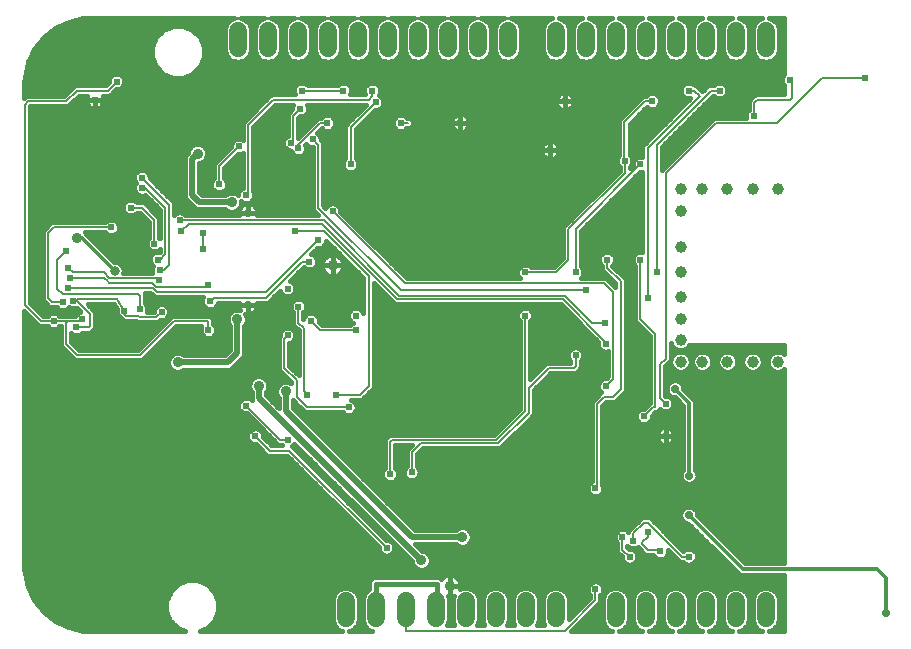
<source format=gbl>
G75*
%MOIN*%
%OFA0B0*%
%FSLAX25Y25*%
%IPPOS*%
%LPD*%
%AMOC8*
5,1,8,0,0,1.08239X$1,22.5*
%
%ADD10C,0.05937*%
%ADD11C,0.02400*%
%ADD12C,0.03200*%
%ADD13C,0.01200*%
%ADD14C,0.03600*%
%ADD15C,0.00600*%
%ADD16C,0.03962*%
%ADD17C,0.01600*%
%ADD18C,0.02000*%
%ADD19C,0.01000*%
%ADD20C,0.02800*%
D10*
X0137048Y0023231D02*
X0137048Y0029169D01*
X0147048Y0029169D02*
X0147048Y0023231D01*
X0157048Y0023231D02*
X0157048Y0029169D01*
X0167048Y0029169D02*
X0167048Y0023231D01*
X0177048Y0023231D02*
X0177048Y0029169D01*
X0187048Y0029169D02*
X0187048Y0023231D01*
X0197048Y0023231D02*
X0197048Y0029169D01*
X0207048Y0029169D02*
X0207048Y0023231D01*
X0227048Y0023231D02*
X0227048Y0029169D01*
X0237048Y0029169D02*
X0237048Y0023231D01*
X0247048Y0023231D02*
X0247048Y0029169D01*
X0257048Y0029169D02*
X0257048Y0023231D01*
X0267048Y0023231D02*
X0267048Y0029169D01*
X0277048Y0029169D02*
X0277048Y0023231D01*
X0277048Y0213231D02*
X0277048Y0219169D01*
X0267048Y0219169D02*
X0267048Y0213231D01*
X0257048Y0213231D02*
X0257048Y0219169D01*
X0247048Y0219169D02*
X0247048Y0213231D01*
X0237048Y0213231D02*
X0237048Y0219169D01*
X0227048Y0219169D02*
X0227048Y0213231D01*
X0217048Y0213231D02*
X0217048Y0219169D01*
X0207048Y0219169D02*
X0207048Y0213231D01*
X0191048Y0213231D02*
X0191048Y0219169D01*
X0181048Y0219169D02*
X0181048Y0213231D01*
X0171048Y0213231D02*
X0171048Y0219169D01*
X0161048Y0219169D02*
X0161048Y0213231D01*
X0151048Y0213231D02*
X0151048Y0219169D01*
X0141048Y0219169D02*
X0141048Y0213231D01*
X0131048Y0213231D02*
X0131048Y0219169D01*
X0121048Y0219169D02*
X0121048Y0213231D01*
X0111048Y0213231D02*
X0111048Y0219169D01*
X0101048Y0219169D02*
X0101048Y0213231D01*
D11*
X0122448Y0199200D03*
X0121848Y0193200D03*
X0130848Y0188400D03*
X0126048Y0183000D03*
X0121248Y0180000D03*
X0118848Y0181800D03*
X0101448Y0180600D03*
X0094848Y0168000D03*
X0103848Y0164400D03*
X0120048Y0152400D03*
X0127848Y0149400D03*
X0124848Y0142200D03*
X0117648Y0133200D03*
X0121248Y0127200D03*
X0125448Y0122400D03*
X0117648Y0117600D03*
X0140448Y0119400D03*
X0140448Y0124200D03*
X0133848Y0097800D03*
X0138048Y0093600D03*
X0124248Y0097800D03*
X0103848Y0094200D03*
X0106848Y0084000D03*
X0117648Y0082800D03*
X0151848Y0071400D03*
X0159048Y0072000D03*
X0150648Y0046800D03*
X0220248Y0033000D03*
X0231648Y0043800D03*
X0232848Y0049200D03*
X0229248Y0050400D03*
X0237648Y0052200D03*
X0241848Y0045600D03*
X0251448Y0043800D03*
X0220248Y0066600D03*
X0243648Y0084000D03*
X0236448Y0090600D03*
X0243648Y0094800D03*
X0223848Y0100800D03*
X0213648Y0111000D03*
X0223648Y0114800D03*
X0223448Y0121800D03*
X0217248Y0132600D03*
X0213648Y0138600D03*
X0224161Y0142804D03*
X0235248Y0142800D03*
X0240648Y0138600D03*
X0237648Y0130200D03*
X0196848Y0124200D03*
X0196848Y0138600D03*
X0230014Y0175759D03*
X0235248Y0174600D03*
X0239242Y0195691D03*
X0251448Y0199200D03*
X0261648Y0199200D03*
X0273048Y0190800D03*
X0285048Y0202800D03*
X0310248Y0203400D03*
X0210048Y0195600D03*
X0205248Y0179400D03*
X0175248Y0188400D03*
X0155448Y0188400D03*
X0147040Y0195341D03*
X0145848Y0199200D03*
X0136248Y0199200D03*
X0138648Y0174600D03*
X0132648Y0159000D03*
X0091248Y0134400D03*
X0091848Y0129000D03*
X0091248Y0119400D03*
X0075648Y0125400D03*
X0068356Y0126322D03*
X0063249Y0125843D03*
X0049276Y0123006D03*
X0047238Y0120259D03*
X0039648Y0122400D03*
X0042771Y0128569D03*
X0046230Y0129203D03*
X0044555Y0133523D03*
X0045071Y0136731D03*
X0044448Y0139995D03*
X0043848Y0145800D03*
X0058848Y0153600D03*
X0065448Y0160200D03*
X0069048Y0166800D03*
X0069071Y0170181D03*
X0081648Y0156000D03*
X0082248Y0152400D03*
X0089448Y0151800D03*
X0089448Y0146400D03*
X0074448Y0142800D03*
X0074982Y0139355D03*
X0074808Y0136200D03*
X0073248Y0148200D03*
X0053448Y0196200D03*
X0060648Y0202200D03*
D12*
X0060048Y0139100D03*
D13*
X0049148Y0150000D01*
X0047448Y0150000D01*
X0246798Y0099750D02*
X0251523Y0095025D01*
X0251523Y0070875D01*
X0251373Y0057675D02*
X0251373Y0057600D01*
X0269373Y0039600D01*
X0313998Y0039600D01*
X0316998Y0036600D01*
X0316998Y0024898D01*
X0316981Y0024881D01*
D14*
X0175848Y0050400D03*
X0162259Y0042600D03*
X0171648Y0034200D03*
X0117048Y0099000D03*
X0108048Y0100800D03*
X0081048Y0108600D03*
X0100848Y0123000D03*
X0132648Y0141000D03*
X0099048Y0162000D03*
X0087648Y0178200D03*
X0047448Y0150000D03*
D15*
X0043848Y0145800D02*
X0040848Y0142800D01*
X0040848Y0133200D01*
X0042648Y0131400D01*
X0067848Y0131400D01*
X0068448Y0130800D01*
X0068356Y0126322D01*
X0067848Y0124200D02*
X0063648Y0124200D01*
X0063249Y0124599D01*
X0063249Y0125843D01*
X0060718Y0129600D01*
X0047448Y0129600D01*
X0046830Y0129203D01*
X0046230Y0129203D01*
X0047448Y0129112D02*
X0047448Y0129600D01*
X0047448Y0129112D02*
X0051819Y0124741D01*
X0051819Y0120651D01*
X0051393Y0120226D01*
X0047271Y0120226D01*
X0047238Y0120259D01*
X0048670Y0122400D02*
X0044448Y0122400D01*
X0043848Y0121800D01*
X0043848Y0114600D01*
X0047448Y0111000D01*
X0068448Y0111000D01*
X0079848Y0122400D01*
X0091248Y0122400D01*
X0091248Y0119400D01*
X0091848Y0129000D02*
X0093048Y0130200D01*
X0110448Y0130200D01*
X0122448Y0142200D01*
X0124848Y0142200D01*
X0127848Y0149400D02*
X0110374Y0131926D01*
X0074031Y0131926D01*
X0072687Y0133269D01*
X0044555Y0133523D01*
X0045071Y0136731D02*
X0056448Y0136800D01*
X0057648Y0135600D01*
X0057653Y0135600D01*
X0058050Y0135203D01*
X0072503Y0135203D01*
X0073868Y0133838D01*
X0090686Y0133838D01*
X0091248Y0134400D01*
X0078048Y0141000D02*
X0076403Y0139355D01*
X0074982Y0139355D01*
X0073848Y0136800D02*
X0074808Y0136200D01*
X0074080Y0136568D01*
X0058470Y0136568D01*
X0058248Y0136791D01*
X0058248Y0136800D01*
X0056448Y0138600D01*
X0046248Y0138600D01*
X0044448Y0139995D01*
X0042771Y0128569D02*
X0039024Y0128593D01*
X0037848Y0130200D01*
X0037848Y0151800D01*
X0039648Y0153600D01*
X0058848Y0153600D01*
X0065448Y0160200D02*
X0069048Y0160200D01*
X0073248Y0156000D01*
X0073248Y0148200D01*
X0076848Y0144600D02*
X0075048Y0142800D01*
X0074448Y0142800D01*
X0076848Y0144600D02*
X0076848Y0160200D01*
X0070248Y0166800D01*
X0069048Y0166800D01*
X0069071Y0170181D02*
X0078048Y0161204D01*
X0078048Y0141000D01*
X0089448Y0146400D02*
X0089448Y0151800D01*
X0084648Y0154800D02*
X0082248Y0152400D01*
X0084648Y0154800D02*
X0129048Y0154800D01*
X0154248Y0129600D01*
X0209448Y0129600D01*
X0223248Y0115800D01*
X0223248Y0115200D01*
X0223648Y0114800D01*
X0223048Y0114800D01*
X0213648Y0111000D02*
X0213648Y0107400D01*
X0213048Y0106800D01*
X0204648Y0106800D01*
X0198048Y0100200D01*
X0198048Y0091800D01*
X0187848Y0081600D01*
X0162048Y0081600D01*
X0159048Y0078600D01*
X0159048Y0072000D01*
X0151848Y0071400D02*
X0151848Y0082200D01*
X0152448Y0082800D01*
X0187248Y0082800D01*
X0196848Y0092400D01*
X0196848Y0124200D01*
X0210048Y0130800D02*
X0154848Y0130800D01*
X0129648Y0156000D01*
X0081648Y0156000D01*
X0094848Y0168000D02*
X0094848Y0174000D01*
X0101448Y0180600D01*
X0104448Y0187800D02*
X0112848Y0196200D01*
X0144648Y0196200D01*
X0145848Y0197400D01*
X0145848Y0199200D01*
X0147040Y0195341D02*
X0138648Y0186949D01*
X0138648Y0180600D01*
X0138648Y0180000D01*
X0138648Y0174600D01*
X0127848Y0181200D02*
X0126048Y0183000D01*
X0127848Y0181200D02*
X0127848Y0160200D01*
X0155448Y0132600D01*
X0217248Y0132600D01*
X0223248Y0135000D02*
X0226248Y0132000D01*
X0226248Y0103200D01*
X0223848Y0100800D01*
X0223248Y0097200D02*
X0220848Y0094800D01*
X0220848Y0067200D01*
X0220248Y0066600D01*
X0232848Y0051600D02*
X0236448Y0055200D01*
X0237648Y0055200D01*
X0249048Y0043800D01*
X0251448Y0043800D01*
X0241848Y0045600D02*
X0241248Y0046200D01*
X0237648Y0046200D01*
X0235848Y0048000D01*
X0235848Y0048600D01*
X0237648Y0050400D01*
X0237648Y0052200D01*
X0232848Y0051600D02*
X0232848Y0049200D01*
X0229248Y0050400D02*
X0229248Y0046200D01*
X0231648Y0043800D01*
X0220248Y0033000D02*
X0220248Y0029400D01*
X0210048Y0019200D01*
X0157248Y0019200D01*
X0157248Y0026000D01*
X0157048Y0026200D01*
X0157248Y0026400D01*
X0150648Y0046800D02*
X0118248Y0079200D01*
X0111648Y0079200D01*
X0106848Y0084000D01*
X0115248Y0082800D02*
X0103848Y0094200D01*
X0115248Y0082800D02*
X0117648Y0082800D01*
X0124248Y0093600D02*
X0120648Y0097200D01*
X0120648Y0102600D01*
X0116448Y0106800D01*
X0116448Y0116400D01*
X0117648Y0117600D01*
X0121248Y0121800D02*
X0121248Y0127200D01*
X0121248Y0121800D02*
X0123048Y0120000D01*
X0123048Y0099000D01*
X0124248Y0097800D01*
X0124248Y0093600D02*
X0138048Y0093600D01*
X0141648Y0097800D02*
X0133848Y0097800D01*
X0141648Y0097800D02*
X0144648Y0100800D01*
X0144648Y0137400D01*
X0129648Y0152400D01*
X0120048Y0152400D01*
X0132648Y0159000D02*
X0156648Y0135000D01*
X0223248Y0135000D01*
X0224161Y0140087D02*
X0228648Y0135600D01*
X0228648Y0099600D01*
X0226248Y0097200D01*
X0223248Y0097200D01*
X0236448Y0090600D02*
X0239448Y0093600D01*
X0240048Y0093600D01*
X0240048Y0118200D01*
X0235248Y0123000D01*
X0235248Y0142800D01*
X0240648Y0138600D02*
X0240648Y0181200D01*
X0258648Y0199200D01*
X0261648Y0199200D01*
X0255048Y0197400D02*
X0253248Y0199200D01*
X0251448Y0199200D01*
X0255048Y0197400D02*
X0237648Y0180000D01*
X0237648Y0130200D01*
X0223448Y0121800D02*
X0219048Y0121800D01*
X0210048Y0130800D01*
X0207048Y0138600D02*
X0196848Y0138600D01*
X0207048Y0138600D02*
X0211248Y0142800D01*
X0211248Y0153000D01*
X0230014Y0171766D01*
X0230014Y0175759D01*
X0229969Y0175804D01*
X0229969Y0188756D01*
X0236826Y0195613D01*
X0239164Y0195613D01*
X0239242Y0195691D01*
X0260448Y0188400D02*
X0280848Y0188400D01*
X0295848Y0203400D01*
X0310248Y0203400D01*
X0285648Y0202200D02*
X0285648Y0196800D01*
X0285048Y0196200D01*
X0274248Y0196200D01*
X0273048Y0195000D01*
X0273048Y0190800D01*
X0260448Y0188400D02*
X0243648Y0171600D01*
X0243648Y0109800D01*
X0241848Y0108000D01*
X0241848Y0096600D01*
X0243648Y0094800D01*
X0243648Y0084000D02*
X0243648Y0083400D01*
X0224161Y0140087D02*
X0224161Y0142804D01*
X0213648Y0138600D02*
X0213648Y0153000D01*
X0235248Y0174600D01*
X0210048Y0195600D02*
X0210048Y0196800D01*
X0195648Y0199800D02*
X0195648Y0220200D01*
X0199189Y0223387D01*
X0195648Y0199800D02*
X0184248Y0188400D01*
X0175248Y0188400D01*
X0174048Y0188400D01*
X0157848Y0188400D02*
X0155448Y0188400D01*
X0136248Y0199200D02*
X0122448Y0199200D01*
X0121848Y0193200D02*
X0119448Y0190800D01*
X0119448Y0181800D01*
X0118848Y0181800D01*
X0121248Y0181200D02*
X0121248Y0180000D01*
X0121248Y0181200D02*
X0128448Y0188400D01*
X0130848Y0188400D01*
X0104448Y0187800D02*
X0104448Y0165000D01*
X0103848Y0164400D01*
X0060648Y0202200D02*
X0057648Y0199200D01*
X0047448Y0199200D01*
X0043848Y0195600D01*
X0031248Y0195600D01*
X0030048Y0194400D01*
X0030048Y0127800D01*
X0035448Y0122400D01*
X0039648Y0122400D01*
X0044448Y0122400D01*
X0048670Y0122400D02*
X0049276Y0123006D01*
X0067848Y0124200D02*
X0068448Y0123600D01*
X0073848Y0123600D01*
X0075648Y0125400D01*
X0125448Y0122400D02*
X0128448Y0119400D01*
X0140448Y0119400D01*
X0054048Y0196200D02*
X0053448Y0196200D01*
X0054048Y0213600D02*
X0064189Y0223387D01*
X0285048Y0202800D02*
X0285648Y0202200D01*
D16*
X0281048Y0166400D03*
X0272648Y0166400D03*
X0264248Y0166400D03*
X0255848Y0166400D03*
X0248648Y0166400D03*
X0248648Y0159200D03*
X0248648Y0147200D03*
X0248648Y0138800D03*
X0248648Y0130400D03*
X0248648Y0123200D03*
X0248648Y0116000D03*
X0248648Y0108800D03*
X0255848Y0108800D03*
X0264248Y0108800D03*
X0272648Y0108800D03*
X0281048Y0108800D03*
D17*
X0036350Y0025502D02*
X0033251Y0029389D01*
X0031094Y0033868D01*
X0029988Y0038714D01*
X0029848Y0041200D01*
X0029848Y0125596D01*
X0034744Y0120700D01*
X0037671Y0120700D01*
X0038175Y0120196D01*
X0039131Y0119800D01*
X0040165Y0119800D01*
X0041121Y0120196D01*
X0041625Y0120700D01*
X0042148Y0120700D01*
X0042148Y0113896D01*
X0043144Y0112900D01*
X0046744Y0109300D01*
X0069152Y0109300D01*
X0070148Y0110296D01*
X0080552Y0120700D01*
X0088972Y0120700D01*
X0088648Y0119917D01*
X0088648Y0118883D01*
X0089044Y0117927D01*
X0089775Y0117196D01*
X0090731Y0116800D01*
X0091765Y0116800D01*
X0092721Y0117196D01*
X0093452Y0117927D01*
X0093848Y0118883D01*
X0093848Y0119917D01*
X0093452Y0120873D01*
X0092948Y0121377D01*
X0092948Y0123104D01*
X0091952Y0124100D01*
X0079144Y0124100D01*
X0067744Y0112700D01*
X0048152Y0112700D01*
X0045548Y0115304D01*
X0045548Y0118271D01*
X0045765Y0118054D01*
X0046721Y0117659D01*
X0047755Y0117659D01*
X0048711Y0118054D01*
X0049182Y0118526D01*
X0052098Y0118526D01*
X0052523Y0118951D01*
X0053519Y0119947D01*
X0053519Y0125445D01*
X0051064Y0127900D01*
X0059813Y0127900D01*
X0060726Y0126546D01*
X0060649Y0126360D01*
X0060649Y0125326D01*
X0061045Y0124370D01*
X0061777Y0123639D01*
X0061825Y0123619D01*
X0062545Y0122899D01*
X0062944Y0122500D01*
X0067144Y0122500D01*
X0067744Y0121900D01*
X0074552Y0121900D01*
X0075452Y0122800D01*
X0076165Y0122800D01*
X0077121Y0123196D01*
X0077852Y0123927D01*
X0078248Y0124883D01*
X0078248Y0125917D01*
X0077852Y0126873D01*
X0077121Y0127604D01*
X0076165Y0128000D01*
X0075131Y0128000D01*
X0074175Y0127604D01*
X0073444Y0126873D01*
X0073048Y0125917D01*
X0073048Y0125300D01*
X0070747Y0125300D01*
X0070956Y0125805D01*
X0070956Y0126839D01*
X0070560Y0127795D01*
X0070096Y0128259D01*
X0070134Y0130081D01*
X0070148Y0130096D01*
X0070148Y0130782D01*
X0070162Y0131469D01*
X0070148Y0131484D01*
X0070148Y0131504D01*
X0070059Y0131593D01*
X0071977Y0131575D01*
X0072331Y0131221D01*
X0073327Y0130226D01*
X0089541Y0130226D01*
X0089248Y0129517D01*
X0089248Y0128483D01*
X0089644Y0127527D01*
X0090375Y0126796D01*
X0091331Y0126400D01*
X0092365Y0126400D01*
X0093321Y0126796D01*
X0094052Y0127527D01*
X0094448Y0128483D01*
X0094448Y0128500D01*
X0101324Y0128500D01*
X0101248Y0128115D01*
X0101248Y0127800D01*
X0104448Y0127800D01*
X0107648Y0127800D01*
X0107648Y0128115D01*
X0107571Y0128500D01*
X0111152Y0128500D01*
X0112148Y0129496D01*
X0115132Y0132480D01*
X0115444Y0131727D01*
X0116175Y0130996D01*
X0117131Y0130600D01*
X0118165Y0130600D01*
X0119121Y0130996D01*
X0119852Y0131727D01*
X0120248Y0132683D01*
X0120248Y0133717D01*
X0119852Y0134673D01*
X0119121Y0135404D01*
X0118368Y0135716D01*
X0123012Y0140359D01*
X0123375Y0139996D01*
X0124331Y0139600D01*
X0125365Y0139600D01*
X0126321Y0139996D01*
X0127052Y0140727D01*
X0127448Y0141683D01*
X0127448Y0142717D01*
X0127052Y0143673D01*
X0126321Y0144404D01*
X0125568Y0144716D01*
X0127652Y0146800D01*
X0128365Y0146800D01*
X0129321Y0147196D01*
X0130052Y0147927D01*
X0130448Y0148883D01*
X0130448Y0149196D01*
X0142948Y0136696D01*
X0142948Y0124959D01*
X0142652Y0125673D01*
X0141921Y0126404D01*
X0140965Y0126800D01*
X0139931Y0126800D01*
X0138975Y0126404D01*
X0138244Y0125673D01*
X0137848Y0124717D01*
X0137848Y0123683D01*
X0138244Y0122727D01*
X0138975Y0121996D01*
X0139448Y0121800D01*
X0138975Y0121604D01*
X0138471Y0121100D01*
X0129152Y0121100D01*
X0128048Y0122204D01*
X0128048Y0122917D01*
X0127652Y0123873D01*
X0126921Y0124604D01*
X0125965Y0125000D01*
X0124931Y0125000D01*
X0123975Y0124604D01*
X0123244Y0123873D01*
X0122948Y0123159D01*
X0122948Y0125223D01*
X0123452Y0125727D01*
X0123848Y0126683D01*
X0123848Y0127717D01*
X0123452Y0128673D01*
X0122721Y0129404D01*
X0121765Y0129800D01*
X0120731Y0129800D01*
X0119775Y0129404D01*
X0119044Y0128673D01*
X0118648Y0127717D01*
X0118648Y0126683D01*
X0119044Y0125727D01*
X0119548Y0125223D01*
X0119548Y0121096D01*
X0120544Y0120100D01*
X0121348Y0119296D01*
X0121348Y0104304D01*
X0118148Y0107504D01*
X0118148Y0115000D01*
X0118165Y0115000D01*
X0119121Y0115396D01*
X0119852Y0116127D01*
X0120248Y0117083D01*
X0120248Y0118117D01*
X0119852Y0119073D01*
X0119121Y0119804D01*
X0118165Y0120200D01*
X0117131Y0120200D01*
X0116175Y0119804D01*
X0115444Y0119073D01*
X0115048Y0118117D01*
X0115048Y0117404D01*
X0114748Y0117104D01*
X0114748Y0106096D01*
X0115744Y0105100D01*
X0118948Y0101896D01*
X0118948Y0101625D01*
X0118861Y0101713D01*
X0117684Y0102200D01*
X0116411Y0102200D01*
X0115235Y0101713D01*
X0114335Y0100813D01*
X0113848Y0099637D01*
X0113848Y0098363D01*
X0114335Y0097187D01*
X0114648Y0096875D01*
X0114648Y0093413D01*
X0110448Y0097597D01*
X0110448Y0098675D01*
X0110761Y0098987D01*
X0111248Y0100163D01*
X0111248Y0101437D01*
X0110761Y0102613D01*
X0109861Y0103513D01*
X0108684Y0104000D01*
X0107411Y0104000D01*
X0106235Y0103513D01*
X0105335Y0102613D01*
X0104848Y0101437D01*
X0104848Y0100163D01*
X0105335Y0098987D01*
X0105648Y0098675D01*
X0105648Y0097075D01*
X0105647Y0097073D01*
X0105648Y0096599D01*
X0105648Y0096123D01*
X0105649Y0096120D01*
X0105649Y0096118D01*
X0105679Y0096046D01*
X0105321Y0096404D01*
X0104365Y0096800D01*
X0103331Y0096800D01*
X0102375Y0096404D01*
X0101644Y0095673D01*
X0101248Y0094717D01*
X0101248Y0093683D01*
X0101644Y0092727D01*
X0102375Y0091996D01*
X0103331Y0091600D01*
X0104044Y0091600D01*
X0114544Y0081100D01*
X0115671Y0081100D01*
X0115871Y0080900D01*
X0112352Y0080900D01*
X0109448Y0083804D01*
X0109448Y0084517D01*
X0109052Y0085473D01*
X0108321Y0086204D01*
X0107365Y0086600D01*
X0106331Y0086600D01*
X0105375Y0086204D01*
X0104644Y0085473D01*
X0104248Y0084517D01*
X0104248Y0083483D01*
X0104644Y0082527D01*
X0105375Y0081796D01*
X0106331Y0081400D01*
X0107044Y0081400D01*
X0109948Y0078496D01*
X0110944Y0077500D01*
X0117544Y0077500D01*
X0148048Y0046996D01*
X0148048Y0046283D01*
X0148444Y0045327D01*
X0149175Y0044596D01*
X0150131Y0044200D01*
X0151165Y0044200D01*
X0152121Y0044596D01*
X0152852Y0045327D01*
X0153248Y0046283D01*
X0153248Y0047317D01*
X0152852Y0048273D01*
X0152121Y0049004D01*
X0151165Y0049400D01*
X0150452Y0049400D01*
X0119948Y0079904D01*
X0119188Y0080664D01*
X0119852Y0081327D01*
X0119889Y0081417D01*
X0159059Y0042400D01*
X0159059Y0041963D01*
X0159546Y0040787D01*
X0160446Y0039887D01*
X0161622Y0039400D01*
X0162895Y0039400D01*
X0164071Y0039887D01*
X0164972Y0040787D01*
X0165459Y0041963D01*
X0165459Y0043237D01*
X0164972Y0044413D01*
X0164071Y0045313D01*
X0162895Y0045800D01*
X0162447Y0045800D01*
X0160238Y0048000D01*
X0173722Y0048000D01*
X0174035Y0047687D01*
X0175211Y0047200D01*
X0176484Y0047200D01*
X0177661Y0047687D01*
X0178561Y0048587D01*
X0179048Y0049763D01*
X0179048Y0051037D01*
X0178561Y0052213D01*
X0177661Y0053113D01*
X0176484Y0053600D01*
X0175211Y0053600D01*
X0174035Y0053113D01*
X0173722Y0052800D01*
X0160042Y0052800D01*
X0119448Y0093394D01*
X0119448Y0095996D01*
X0119944Y0095500D01*
X0123544Y0091900D01*
X0136071Y0091900D01*
X0136575Y0091396D01*
X0137531Y0091000D01*
X0138565Y0091000D01*
X0139521Y0091396D01*
X0140252Y0092127D01*
X0140648Y0093083D01*
X0140648Y0094117D01*
X0140252Y0095073D01*
X0139521Y0095804D01*
X0138806Y0096100D01*
X0142352Y0096100D01*
X0145352Y0099100D01*
X0146348Y0100096D01*
X0146348Y0135096D01*
X0153544Y0127900D01*
X0208744Y0127900D01*
X0221130Y0115514D01*
X0221048Y0115317D01*
X0221048Y0114283D01*
X0221444Y0113327D01*
X0222175Y0112596D01*
X0223131Y0112200D01*
X0224165Y0112200D01*
X0224548Y0112359D01*
X0224548Y0103904D01*
X0224044Y0103400D01*
X0223331Y0103400D01*
X0222375Y0103004D01*
X0221644Y0102273D01*
X0221248Y0101317D01*
X0221248Y0100283D01*
X0221644Y0099327D01*
X0222307Y0098664D01*
X0220144Y0096500D01*
X0219148Y0095504D01*
X0219148Y0068959D01*
X0218775Y0068804D01*
X0218044Y0068073D01*
X0217648Y0067117D01*
X0217648Y0066083D01*
X0218044Y0065127D01*
X0218775Y0064396D01*
X0219731Y0064000D01*
X0220765Y0064000D01*
X0221721Y0064396D01*
X0222452Y0065127D01*
X0222848Y0066083D01*
X0222848Y0067117D01*
X0222548Y0067841D01*
X0222548Y0094096D01*
X0223952Y0095500D01*
X0226952Y0095500D01*
X0227948Y0096496D01*
X0230348Y0098896D01*
X0230348Y0136304D01*
X0229352Y0137300D01*
X0225861Y0140791D01*
X0225861Y0140827D01*
X0226366Y0141331D01*
X0226761Y0142287D01*
X0226761Y0143321D01*
X0226366Y0144277D01*
X0225634Y0145008D01*
X0224679Y0145404D01*
X0223644Y0145404D01*
X0222689Y0145008D01*
X0221957Y0144277D01*
X0221561Y0143321D01*
X0221561Y0142287D01*
X0221957Y0141331D01*
X0222461Y0140827D01*
X0222461Y0139382D01*
X0226948Y0134896D01*
X0226948Y0133704D01*
X0223952Y0136700D01*
X0215425Y0136700D01*
X0215852Y0137127D01*
X0216248Y0138083D01*
X0216248Y0139117D01*
X0215852Y0140073D01*
X0215348Y0140577D01*
X0215348Y0152296D01*
X0235052Y0172000D01*
X0235765Y0172000D01*
X0235948Y0172076D01*
X0235948Y0145324D01*
X0235765Y0145400D01*
X0234731Y0145400D01*
X0233775Y0145004D01*
X0233044Y0144273D01*
X0232648Y0143317D01*
X0232648Y0142283D01*
X0233044Y0141327D01*
X0233548Y0140823D01*
X0233548Y0122296D01*
X0234544Y0121300D01*
X0238348Y0117496D01*
X0238348Y0094904D01*
X0237748Y0094304D01*
X0236644Y0093200D01*
X0235931Y0093200D01*
X0234975Y0092804D01*
X0234244Y0092073D01*
X0233848Y0091117D01*
X0233848Y0090083D01*
X0234244Y0089127D01*
X0234975Y0088396D01*
X0235931Y0088000D01*
X0236965Y0088000D01*
X0237921Y0088396D01*
X0238652Y0089127D01*
X0239048Y0090083D01*
X0239048Y0090796D01*
X0240152Y0091900D01*
X0240752Y0091900D01*
X0241748Y0092896D01*
X0241748Y0093023D01*
X0242175Y0092596D01*
X0243131Y0092200D01*
X0244165Y0092200D01*
X0245121Y0092596D01*
X0245852Y0093327D01*
X0246248Y0094283D01*
X0246248Y0095317D01*
X0245852Y0096273D01*
X0245121Y0097004D01*
X0244165Y0097400D01*
X0243548Y0097400D01*
X0243548Y0107296D01*
X0244352Y0108100D01*
X0245267Y0109015D01*
X0245267Y0108127D01*
X0245782Y0106885D01*
X0246733Y0105934D01*
X0247975Y0105419D01*
X0249320Y0105419D01*
X0250563Y0105934D01*
X0251514Y0106885D01*
X0252029Y0108127D01*
X0252029Y0109473D01*
X0251514Y0110715D01*
X0250563Y0111666D01*
X0249320Y0112181D01*
X0247975Y0112181D01*
X0246733Y0111666D01*
X0245782Y0110715D01*
X0245348Y0109668D01*
X0245348Y0115132D01*
X0245782Y0114085D01*
X0246733Y0113134D01*
X0247975Y0112619D01*
X0249320Y0112619D01*
X0250563Y0113134D01*
X0251514Y0114085D01*
X0251645Y0114400D01*
X0283248Y0114400D01*
X0283248Y0111382D01*
X0282963Y0111666D01*
X0281720Y0112181D01*
X0280375Y0112181D01*
X0279133Y0111666D01*
X0278182Y0110715D01*
X0277667Y0109473D01*
X0277667Y0108127D01*
X0278182Y0106885D01*
X0279133Y0105934D01*
X0280375Y0105419D01*
X0281720Y0105419D01*
X0282963Y0105934D01*
X0283248Y0106218D01*
X0283248Y0041600D01*
X0270201Y0041600D01*
X0254173Y0057628D01*
X0254173Y0058232D01*
X0253747Y0059261D01*
X0252959Y0060049D01*
X0251930Y0060475D01*
X0250816Y0060475D01*
X0249787Y0060049D01*
X0248999Y0059261D01*
X0248573Y0058232D01*
X0248573Y0057118D01*
X0248999Y0056089D01*
X0249787Y0055301D01*
X0250816Y0054875D01*
X0251270Y0054875D01*
X0267373Y0038772D01*
X0268545Y0037600D01*
X0283248Y0037600D01*
X0283248Y0019000D01*
X0278248Y0019000D01*
X0279523Y0019528D01*
X0280751Y0020757D01*
X0281416Y0022363D01*
X0281416Y0030037D01*
X0280751Y0031643D01*
X0279523Y0032872D01*
X0277917Y0033537D01*
X0276179Y0033537D01*
X0274573Y0032872D01*
X0273345Y0031643D01*
X0272679Y0030037D01*
X0272679Y0022363D01*
X0273345Y0020757D01*
X0274573Y0019528D01*
X0275848Y0019000D01*
X0268248Y0019000D01*
X0269523Y0019528D01*
X0270751Y0020757D01*
X0271416Y0022363D01*
X0271416Y0030037D01*
X0270751Y0031643D01*
X0269523Y0032872D01*
X0267917Y0033537D01*
X0266179Y0033537D01*
X0264573Y0032872D01*
X0263345Y0031643D01*
X0262679Y0030037D01*
X0262679Y0022363D01*
X0263345Y0020757D01*
X0264573Y0019528D01*
X0265848Y0019000D01*
X0258248Y0019000D01*
X0259523Y0019528D01*
X0260751Y0020757D01*
X0261416Y0022363D01*
X0261416Y0030037D01*
X0260751Y0031643D01*
X0259523Y0032872D01*
X0257917Y0033537D01*
X0256179Y0033537D01*
X0254573Y0032872D01*
X0253345Y0031643D01*
X0252679Y0030037D01*
X0252679Y0022363D01*
X0253345Y0020757D01*
X0254573Y0019528D01*
X0255848Y0019000D01*
X0248248Y0019000D01*
X0249523Y0019528D01*
X0250751Y0020757D01*
X0251416Y0022363D01*
X0251416Y0030037D01*
X0250751Y0031643D01*
X0249523Y0032872D01*
X0247917Y0033537D01*
X0246179Y0033537D01*
X0244573Y0032872D01*
X0243345Y0031643D01*
X0242679Y0030037D01*
X0242679Y0022363D01*
X0243345Y0020757D01*
X0244573Y0019528D01*
X0245848Y0019000D01*
X0238248Y0019000D01*
X0239523Y0019528D01*
X0240751Y0020757D01*
X0241416Y0022363D01*
X0241416Y0030037D01*
X0240751Y0031643D01*
X0239523Y0032872D01*
X0237917Y0033537D01*
X0236179Y0033537D01*
X0234573Y0032872D01*
X0233345Y0031643D01*
X0232679Y0030037D01*
X0232679Y0022363D01*
X0233345Y0020757D01*
X0234573Y0019528D01*
X0235848Y0019000D01*
X0228248Y0019000D01*
X0229523Y0019528D01*
X0230751Y0020757D01*
X0231416Y0022363D01*
X0231416Y0030037D01*
X0230751Y0031643D01*
X0229523Y0032872D01*
X0227917Y0033537D01*
X0226179Y0033537D01*
X0224573Y0032872D01*
X0223345Y0031643D01*
X0222679Y0030037D01*
X0222679Y0022363D01*
X0223345Y0020757D01*
X0224573Y0019528D01*
X0225848Y0019000D01*
X0212252Y0019000D01*
X0221948Y0028696D01*
X0221948Y0031023D01*
X0222452Y0031527D01*
X0222848Y0032483D01*
X0222848Y0033517D01*
X0222452Y0034473D01*
X0221721Y0035204D01*
X0220765Y0035600D01*
X0219731Y0035600D01*
X0218775Y0035204D01*
X0218044Y0034473D01*
X0217648Y0033517D01*
X0217648Y0032483D01*
X0218044Y0031527D01*
X0218548Y0031023D01*
X0218548Y0030104D01*
X0211416Y0022973D01*
X0211416Y0030037D01*
X0210751Y0031643D01*
X0209523Y0032872D01*
X0207917Y0033537D01*
X0206179Y0033537D01*
X0204573Y0032872D01*
X0203345Y0031643D01*
X0202679Y0030037D01*
X0202679Y0022363D01*
X0203285Y0020900D01*
X0200811Y0020900D01*
X0201416Y0022363D01*
X0201416Y0030037D01*
X0200751Y0031643D01*
X0199523Y0032872D01*
X0197917Y0033537D01*
X0196179Y0033537D01*
X0194573Y0032872D01*
X0193345Y0031643D01*
X0192679Y0030037D01*
X0192679Y0022363D01*
X0193285Y0020900D01*
X0190811Y0020900D01*
X0191416Y0022363D01*
X0191416Y0030037D01*
X0190751Y0031643D01*
X0189523Y0032872D01*
X0187917Y0033537D01*
X0186179Y0033537D01*
X0184573Y0032872D01*
X0183345Y0031643D01*
X0182679Y0030037D01*
X0182679Y0022363D01*
X0183285Y0020900D01*
X0180811Y0020900D01*
X0181416Y0022363D01*
X0181416Y0030037D01*
X0180751Y0031643D01*
X0179523Y0032872D01*
X0177917Y0033537D01*
X0176179Y0033537D01*
X0175082Y0033082D01*
X0175110Y0033150D01*
X0175248Y0033845D01*
X0175248Y0034200D01*
X0175248Y0034555D01*
X0175110Y0035250D01*
X0174838Y0035905D01*
X0174444Y0036495D01*
X0173943Y0036996D01*
X0173353Y0037390D01*
X0172698Y0037662D01*
X0172003Y0037800D01*
X0171648Y0037800D01*
X0171648Y0034200D01*
X0171648Y0033000D01*
X0171648Y0033102D02*
X0171648Y0033102D01*
X0171648Y0034200D02*
X0171648Y0030600D01*
X0172003Y0030600D01*
X0172698Y0030738D01*
X0173026Y0030874D01*
X0172679Y0030037D01*
X0172679Y0022363D01*
X0173285Y0020900D01*
X0170811Y0020900D01*
X0171416Y0022363D01*
X0171416Y0030037D01*
X0171174Y0030624D01*
X0171293Y0030600D01*
X0171648Y0030600D01*
X0171648Y0034200D01*
X0175248Y0034200D01*
X0171648Y0034200D01*
X0171648Y0034200D01*
X0171648Y0034200D01*
X0171648Y0034200D01*
X0171648Y0037800D01*
X0171293Y0037800D01*
X0170598Y0037662D01*
X0169943Y0037390D01*
X0169353Y0036996D01*
X0168858Y0036501D01*
X0168359Y0037000D01*
X0146137Y0037000D01*
X0144848Y0035711D01*
X0144848Y0032986D01*
X0144573Y0032872D01*
X0143345Y0031643D01*
X0142679Y0030037D01*
X0142679Y0022363D01*
X0143345Y0020757D01*
X0144573Y0019528D01*
X0145848Y0019000D01*
X0138248Y0019000D01*
X0139523Y0019528D01*
X0140751Y0020757D01*
X0141416Y0022363D01*
X0141416Y0030037D01*
X0140751Y0031643D01*
X0139523Y0032872D01*
X0137917Y0033537D01*
X0136179Y0033537D01*
X0134573Y0032872D01*
X0133345Y0031643D01*
X0132679Y0030037D01*
X0132679Y0022363D01*
X0133345Y0020757D01*
X0134573Y0019528D01*
X0135848Y0019000D01*
X0088331Y0019000D01*
X0090769Y0020010D01*
X0093188Y0022429D01*
X0094497Y0025590D01*
X0094497Y0029010D01*
X0093188Y0032171D01*
X0090769Y0034590D01*
X0087608Y0035899D01*
X0084187Y0035899D01*
X0081027Y0034590D01*
X0078608Y0032171D01*
X0077299Y0029010D01*
X0077299Y0025590D01*
X0078608Y0022429D01*
X0081027Y0020010D01*
X0083465Y0019000D01*
X0052048Y0019000D01*
X0049562Y0019140D01*
X0044716Y0020246D01*
X0040237Y0022403D01*
X0036350Y0025502D01*
X0036843Y0025109D02*
X0077498Y0025109D01*
X0077299Y0026708D02*
X0035389Y0026708D01*
X0034114Y0028306D02*
X0077299Y0028306D01*
X0077669Y0029905D02*
X0033002Y0029905D01*
X0032232Y0031503D02*
X0078331Y0031503D01*
X0079539Y0033102D02*
X0031463Y0033102D01*
X0030904Y0034700D02*
X0081293Y0034700D01*
X0090503Y0034700D02*
X0144848Y0034700D01*
X0144848Y0033102D02*
X0138968Y0033102D01*
X0140809Y0031503D02*
X0143287Y0031503D01*
X0142679Y0029905D02*
X0141416Y0029905D01*
X0141416Y0028306D02*
X0142679Y0028306D01*
X0142679Y0026708D02*
X0141416Y0026708D01*
X0141416Y0025109D02*
X0142679Y0025109D01*
X0142679Y0023511D02*
X0141416Y0023511D01*
X0141230Y0021912D02*
X0142866Y0021912D01*
X0143788Y0020314D02*
X0140308Y0020314D01*
X0133788Y0020314D02*
X0091073Y0020314D01*
X0092671Y0021912D02*
X0132866Y0021912D01*
X0132679Y0023511D02*
X0093636Y0023511D01*
X0094298Y0025109D02*
X0132679Y0025109D01*
X0132679Y0026708D02*
X0094497Y0026708D01*
X0094497Y0028306D02*
X0132679Y0028306D01*
X0132679Y0029905D02*
X0094127Y0029905D01*
X0093465Y0031503D02*
X0133287Y0031503D01*
X0135128Y0033102D02*
X0092257Y0033102D01*
X0078160Y0023511D02*
X0038848Y0023511D01*
X0041256Y0021912D02*
X0079125Y0021912D01*
X0080723Y0020314D02*
X0044575Y0020314D01*
X0030539Y0036299D02*
X0145435Y0036299D01*
X0147048Y0034800D02*
X0167448Y0034800D01*
X0167448Y0026600D01*
X0167048Y0026200D01*
X0171416Y0026708D02*
X0172679Y0026708D01*
X0172679Y0028306D02*
X0171416Y0028306D01*
X0171416Y0029905D02*
X0172679Y0029905D01*
X0171648Y0031503D02*
X0171648Y0031503D01*
X0171648Y0034700D02*
X0171648Y0034700D01*
X0171648Y0036299D02*
X0171648Y0036299D01*
X0174575Y0036299D02*
X0283248Y0036299D01*
X0283248Y0034700D02*
X0222225Y0034700D01*
X0222848Y0033102D02*
X0225128Y0033102D01*
X0223287Y0031503D02*
X0222428Y0031503D01*
X0222679Y0029905D02*
X0221948Y0029905D01*
X0221558Y0028306D02*
X0222679Y0028306D01*
X0222679Y0026708D02*
X0219960Y0026708D01*
X0218361Y0025109D02*
X0222679Y0025109D01*
X0222679Y0023511D02*
X0216763Y0023511D01*
X0215164Y0021912D02*
X0222866Y0021912D01*
X0223788Y0020314D02*
X0213566Y0020314D01*
X0211954Y0023511D02*
X0211416Y0023511D01*
X0211416Y0025109D02*
X0213553Y0025109D01*
X0215151Y0026708D02*
X0211416Y0026708D01*
X0211416Y0028306D02*
X0216750Y0028306D01*
X0218348Y0029905D02*
X0211416Y0029905D01*
X0210809Y0031503D02*
X0218068Y0031503D01*
X0217648Y0033102D02*
X0208968Y0033102D01*
X0205128Y0033102D02*
X0198968Y0033102D01*
X0200809Y0031503D02*
X0203287Y0031503D01*
X0202679Y0029905D02*
X0201416Y0029905D01*
X0201416Y0028306D02*
X0202679Y0028306D01*
X0202679Y0026708D02*
X0201416Y0026708D01*
X0201416Y0025109D02*
X0202679Y0025109D01*
X0202679Y0023511D02*
X0201416Y0023511D01*
X0201230Y0021912D02*
X0202866Y0021912D01*
X0192866Y0021912D02*
X0191230Y0021912D01*
X0191416Y0023511D02*
X0192679Y0023511D01*
X0192679Y0025109D02*
X0191416Y0025109D01*
X0191416Y0026708D02*
X0192679Y0026708D01*
X0192679Y0028306D02*
X0191416Y0028306D01*
X0191416Y0029905D02*
X0192679Y0029905D01*
X0193287Y0031503D02*
X0190809Y0031503D01*
X0188968Y0033102D02*
X0195128Y0033102D01*
X0185128Y0033102D02*
X0178968Y0033102D01*
X0180809Y0031503D02*
X0183287Y0031503D01*
X0182679Y0029905D02*
X0181416Y0029905D01*
X0181416Y0028306D02*
X0182679Y0028306D01*
X0182679Y0026708D02*
X0181416Y0026708D01*
X0181416Y0025109D02*
X0182679Y0025109D01*
X0182679Y0023511D02*
X0181416Y0023511D01*
X0181230Y0021912D02*
X0182866Y0021912D01*
X0172866Y0021912D02*
X0171230Y0021912D01*
X0171416Y0023511D02*
X0172679Y0023511D01*
X0172679Y0025109D02*
X0171416Y0025109D01*
X0175090Y0033102D02*
X0175128Y0033102D01*
X0175219Y0034700D02*
X0218271Y0034700D01*
X0228968Y0033102D02*
X0235128Y0033102D01*
X0233287Y0031503D02*
X0230809Y0031503D01*
X0231416Y0029905D02*
X0232679Y0029905D01*
X0232679Y0028306D02*
X0231416Y0028306D01*
X0231416Y0026708D02*
X0232679Y0026708D01*
X0232679Y0025109D02*
X0231416Y0025109D01*
X0231416Y0023511D02*
X0232679Y0023511D01*
X0232866Y0021912D02*
X0231230Y0021912D01*
X0230308Y0020314D02*
X0233788Y0020314D01*
X0240308Y0020314D02*
X0243788Y0020314D01*
X0242866Y0021912D02*
X0241230Y0021912D01*
X0241416Y0023511D02*
X0242679Y0023511D01*
X0242679Y0025109D02*
X0241416Y0025109D01*
X0241416Y0026708D02*
X0242679Y0026708D01*
X0242679Y0028306D02*
X0241416Y0028306D01*
X0241416Y0029905D02*
X0242679Y0029905D01*
X0243287Y0031503D02*
X0240809Y0031503D01*
X0238968Y0033102D02*
X0245128Y0033102D01*
X0248968Y0033102D02*
X0255128Y0033102D01*
X0253287Y0031503D02*
X0250809Y0031503D01*
X0251416Y0029905D02*
X0252679Y0029905D01*
X0252679Y0028306D02*
X0251416Y0028306D01*
X0251416Y0026708D02*
X0252679Y0026708D01*
X0252679Y0025109D02*
X0251416Y0025109D01*
X0251416Y0023511D02*
X0252679Y0023511D01*
X0252866Y0021912D02*
X0251230Y0021912D01*
X0250308Y0020314D02*
X0253788Y0020314D01*
X0260308Y0020314D02*
X0263788Y0020314D01*
X0262866Y0021912D02*
X0261230Y0021912D01*
X0261416Y0023511D02*
X0262679Y0023511D01*
X0262679Y0025109D02*
X0261416Y0025109D01*
X0261416Y0026708D02*
X0262679Y0026708D01*
X0262679Y0028306D02*
X0261416Y0028306D01*
X0261416Y0029905D02*
X0262679Y0029905D01*
X0263287Y0031503D02*
X0260809Y0031503D01*
X0258968Y0033102D02*
X0265128Y0033102D01*
X0268968Y0033102D02*
X0275128Y0033102D01*
X0273287Y0031503D02*
X0270809Y0031503D01*
X0271416Y0029905D02*
X0272679Y0029905D01*
X0272679Y0028306D02*
X0271416Y0028306D01*
X0271416Y0026708D02*
X0272679Y0026708D01*
X0272679Y0025109D02*
X0271416Y0025109D01*
X0271416Y0023511D02*
X0272679Y0023511D01*
X0272866Y0021912D02*
X0271230Y0021912D01*
X0270308Y0020314D02*
X0273788Y0020314D01*
X0280308Y0020314D02*
X0283248Y0020314D01*
X0283248Y0021912D02*
X0281230Y0021912D01*
X0281416Y0023511D02*
X0283248Y0023511D01*
X0283248Y0025109D02*
X0281416Y0025109D01*
X0281416Y0026708D02*
X0283248Y0026708D01*
X0283248Y0028306D02*
X0281416Y0028306D01*
X0281416Y0029905D02*
X0283248Y0029905D01*
X0283248Y0031503D02*
X0280809Y0031503D01*
X0278968Y0033102D02*
X0283248Y0033102D01*
X0283248Y0042693D02*
X0269109Y0042693D01*
X0267510Y0044291D02*
X0283248Y0044291D01*
X0283248Y0045890D02*
X0265912Y0045890D01*
X0264313Y0047488D02*
X0283248Y0047488D01*
X0283248Y0049087D02*
X0262715Y0049087D01*
X0261116Y0050685D02*
X0283248Y0050685D01*
X0283248Y0052284D02*
X0259518Y0052284D01*
X0257919Y0053882D02*
X0283248Y0053882D01*
X0283248Y0055481D02*
X0256321Y0055481D01*
X0254722Y0057079D02*
X0283248Y0057079D01*
X0283248Y0058678D02*
X0253988Y0058678D01*
X0252409Y0060276D02*
X0283248Y0060276D01*
X0283248Y0061875D02*
X0150967Y0061875D01*
X0149369Y0063473D02*
X0283248Y0063473D01*
X0283248Y0065072D02*
X0222397Y0065072D01*
X0222848Y0066670D02*
X0283248Y0066670D01*
X0283248Y0068269D02*
X0252548Y0068269D01*
X0252080Y0068075D02*
X0253109Y0068501D01*
X0253897Y0069289D01*
X0254323Y0070318D01*
X0254323Y0071432D01*
X0253897Y0072461D01*
X0253523Y0072835D01*
X0253523Y0095853D01*
X0249598Y0099778D01*
X0249598Y0100307D01*
X0249172Y0101336D01*
X0248384Y0102124D01*
X0247355Y0102550D01*
X0246241Y0102550D01*
X0245212Y0102124D01*
X0244424Y0101336D01*
X0243998Y0100307D01*
X0243998Y0099193D01*
X0244424Y0098164D01*
X0245212Y0097376D01*
X0246241Y0096950D01*
X0246770Y0096950D01*
X0249523Y0094197D01*
X0249523Y0072835D01*
X0249149Y0072461D01*
X0248723Y0071432D01*
X0248723Y0070318D01*
X0249149Y0069289D01*
X0249937Y0068501D01*
X0250966Y0068075D01*
X0252080Y0068075D01*
X0250498Y0068269D02*
X0222548Y0068269D01*
X0222548Y0069867D02*
X0248910Y0069867D01*
X0248737Y0071466D02*
X0222548Y0071466D01*
X0222548Y0073064D02*
X0249523Y0073064D01*
X0249523Y0074663D02*
X0222548Y0074663D01*
X0222548Y0076261D02*
X0249523Y0076261D01*
X0249523Y0077860D02*
X0222548Y0077860D01*
X0222548Y0079459D02*
X0249523Y0079459D01*
X0249523Y0081057D02*
X0244230Y0081057D01*
X0243943Y0081000D02*
X0244523Y0081115D01*
X0245069Y0081341D01*
X0245560Y0081670D01*
X0245978Y0082088D01*
X0246306Y0082579D01*
X0246533Y0083125D01*
X0246648Y0083705D01*
X0246648Y0084000D01*
X0246648Y0084295D01*
X0246533Y0084875D01*
X0246306Y0085421D01*
X0245978Y0085912D01*
X0245560Y0086330D01*
X0245069Y0086659D01*
X0244523Y0086885D01*
X0243943Y0087000D01*
X0243648Y0087000D01*
X0243648Y0084000D01*
X0246648Y0084000D01*
X0243648Y0084000D01*
X0243648Y0084000D01*
X0243648Y0084000D01*
X0243648Y0081000D01*
X0243943Y0081000D01*
X0243648Y0081000D02*
X0243648Y0084000D01*
X0243648Y0084000D01*
X0243648Y0087000D01*
X0243352Y0087000D01*
X0242773Y0086885D01*
X0242227Y0086659D01*
X0241736Y0086330D01*
X0241318Y0085912D01*
X0240989Y0085421D01*
X0240763Y0084875D01*
X0240648Y0084295D01*
X0240648Y0084000D01*
X0243648Y0084000D01*
X0243648Y0084000D01*
X0240648Y0084000D01*
X0240648Y0083705D01*
X0240763Y0083125D01*
X0240989Y0082579D01*
X0241318Y0082088D01*
X0241736Y0081670D01*
X0242227Y0081341D01*
X0242773Y0081115D01*
X0243352Y0081000D01*
X0243648Y0081000D01*
X0243648Y0081057D02*
X0243648Y0081057D01*
X0243066Y0081057D02*
X0222548Y0081057D01*
X0222548Y0082656D02*
X0240958Y0082656D01*
X0240648Y0084254D02*
X0222548Y0084254D01*
X0222548Y0085853D02*
X0241278Y0085853D01*
X0243648Y0085853D02*
X0243648Y0085853D01*
X0243648Y0084254D02*
X0243648Y0084254D01*
X0243648Y0082656D02*
X0243648Y0082656D01*
X0246338Y0082656D02*
X0249523Y0082656D01*
X0249523Y0084254D02*
X0246648Y0084254D01*
X0246018Y0085853D02*
X0249523Y0085853D01*
X0249523Y0087451D02*
X0222548Y0087451D01*
X0222548Y0089050D02*
X0234321Y0089050D01*
X0233848Y0090648D02*
X0222548Y0090648D01*
X0222548Y0092247D02*
X0234418Y0092247D01*
X0237289Y0093845D02*
X0222548Y0093845D01*
X0223896Y0095444D02*
X0238348Y0095444D01*
X0238348Y0097042D02*
X0228494Y0097042D01*
X0230093Y0098641D02*
X0238348Y0098641D01*
X0238348Y0100239D02*
X0230348Y0100239D01*
X0230348Y0101838D02*
X0238348Y0101838D01*
X0238348Y0103436D02*
X0230348Y0103436D01*
X0230348Y0105035D02*
X0238348Y0105035D01*
X0238348Y0106633D02*
X0230348Y0106633D01*
X0230348Y0108232D02*
X0238348Y0108232D01*
X0238348Y0109830D02*
X0230348Y0109830D01*
X0230348Y0111429D02*
X0238348Y0111429D01*
X0238348Y0113027D02*
X0230348Y0113027D01*
X0230348Y0114626D02*
X0238348Y0114626D01*
X0238348Y0116224D02*
X0230348Y0116224D01*
X0230348Y0117823D02*
X0238021Y0117823D01*
X0236422Y0119421D02*
X0230348Y0119421D01*
X0230348Y0121020D02*
X0234824Y0121020D01*
X0234544Y0121300D02*
X0234544Y0121300D01*
X0233548Y0122618D02*
X0230348Y0122618D01*
X0230348Y0124217D02*
X0233548Y0124217D01*
X0233548Y0125815D02*
X0230348Y0125815D01*
X0230348Y0127414D02*
X0233548Y0127414D01*
X0233548Y0129012D02*
X0230348Y0129012D01*
X0230348Y0130611D02*
X0233548Y0130611D01*
X0233548Y0132209D02*
X0230348Y0132209D01*
X0230348Y0133808D02*
X0233548Y0133808D01*
X0233548Y0135406D02*
X0230348Y0135406D01*
X0229647Y0137005D02*
X0233548Y0137005D01*
X0233548Y0138603D02*
X0228049Y0138603D01*
X0226450Y0140202D02*
X0233548Y0140202D01*
X0232848Y0141800D02*
X0226560Y0141800D01*
X0226729Y0143399D02*
X0232682Y0143399D01*
X0233768Y0144997D02*
X0225645Y0144997D01*
X0222678Y0144997D02*
X0215348Y0144997D01*
X0215348Y0143399D02*
X0221594Y0143399D01*
X0221763Y0141800D02*
X0215348Y0141800D01*
X0215723Y0140202D02*
X0222461Y0140202D01*
X0223240Y0138603D02*
X0216248Y0138603D01*
X0215730Y0137005D02*
X0224839Y0137005D01*
X0225246Y0135406D02*
X0226437Y0135406D01*
X0226844Y0133808D02*
X0226948Y0133808D01*
X0212427Y0124217D02*
X0199448Y0124217D01*
X0199448Y0124717D02*
X0199052Y0125673D01*
X0198321Y0126404D01*
X0197365Y0126800D01*
X0196331Y0126800D01*
X0195375Y0126404D01*
X0194644Y0125673D01*
X0194248Y0124717D01*
X0194248Y0123683D01*
X0194644Y0122727D01*
X0195148Y0122223D01*
X0195148Y0093104D01*
X0186544Y0084500D01*
X0151744Y0084500D01*
X0151144Y0083900D01*
X0150148Y0082904D01*
X0150148Y0073377D01*
X0149644Y0072873D01*
X0149248Y0071917D01*
X0149248Y0070883D01*
X0149644Y0069927D01*
X0150375Y0069196D01*
X0151331Y0068800D01*
X0152365Y0068800D01*
X0153321Y0069196D01*
X0154052Y0069927D01*
X0154448Y0070883D01*
X0154448Y0071917D01*
X0154052Y0072873D01*
X0153548Y0073377D01*
X0153548Y0081100D01*
X0159144Y0081100D01*
X0157348Y0079304D01*
X0157348Y0073977D01*
X0156844Y0073473D01*
X0156448Y0072517D01*
X0156448Y0071483D01*
X0156844Y0070527D01*
X0157575Y0069796D01*
X0158531Y0069400D01*
X0159565Y0069400D01*
X0160521Y0069796D01*
X0161252Y0070527D01*
X0161648Y0071483D01*
X0161648Y0072517D01*
X0161252Y0073473D01*
X0160748Y0073977D01*
X0160748Y0077896D01*
X0162752Y0079900D01*
X0188552Y0079900D01*
X0198752Y0090100D01*
X0199748Y0091096D01*
X0199748Y0099496D01*
X0205352Y0105100D01*
X0213752Y0105100D01*
X0215348Y0106696D01*
X0215348Y0109023D01*
X0215852Y0109527D01*
X0216248Y0110483D01*
X0216248Y0111517D01*
X0215852Y0112473D01*
X0215121Y0113204D01*
X0214165Y0113600D01*
X0213131Y0113600D01*
X0212175Y0113204D01*
X0211444Y0112473D01*
X0211048Y0111517D01*
X0211048Y0110483D01*
X0211444Y0109527D01*
X0211948Y0109023D01*
X0211948Y0108500D01*
X0203944Y0108500D01*
X0202948Y0107504D01*
X0198548Y0103104D01*
X0198548Y0122223D01*
X0199052Y0122727D01*
X0199448Y0123683D01*
X0199448Y0124717D01*
X0198910Y0125815D02*
X0210828Y0125815D01*
X0209230Y0127414D02*
X0146348Y0127414D01*
X0146348Y0129012D02*
X0152431Y0129012D01*
X0150833Y0130611D02*
X0146348Y0130611D01*
X0146348Y0132209D02*
X0149234Y0132209D01*
X0147636Y0133808D02*
X0146348Y0133808D01*
X0142948Y0133808D02*
X0120210Y0133808D01*
X0120052Y0132209D02*
X0142948Y0132209D01*
X0142948Y0130611D02*
X0118191Y0130611D01*
X0117104Y0130611D02*
X0113263Y0130611D01*
X0112148Y0129496D02*
X0112148Y0129496D01*
X0111664Y0129012D02*
X0119383Y0129012D01*
X0118648Y0127414D02*
X0107634Y0127414D01*
X0107648Y0127485D02*
X0107648Y0127800D01*
X0104448Y0127800D01*
X0104448Y0127800D01*
X0104448Y0124600D01*
X0104763Y0124600D01*
X0105381Y0124723D01*
X0105964Y0124964D01*
X0106488Y0125314D01*
X0106934Y0125760D01*
X0107284Y0126284D01*
X0107525Y0126867D01*
X0107648Y0127485D01*
X0106970Y0125815D02*
X0119007Y0125815D01*
X0119548Y0124217D02*
X0103808Y0124217D01*
X0104133Y0124600D02*
X0104448Y0124600D01*
X0104448Y0127800D01*
X0104448Y0127800D01*
X0104448Y0127800D01*
X0101248Y0127800D01*
X0101248Y0127485D01*
X0101371Y0126867D01*
X0101612Y0126284D01*
X0101739Y0126095D01*
X0101484Y0126200D01*
X0100211Y0126200D01*
X0099035Y0125713D01*
X0098135Y0124813D01*
X0097648Y0123637D01*
X0097648Y0122363D01*
X0098135Y0121187D01*
X0098448Y0120875D01*
X0098448Y0112594D01*
X0096854Y0111000D01*
X0083173Y0111000D01*
X0082861Y0111313D01*
X0081684Y0111800D01*
X0080411Y0111800D01*
X0079235Y0111313D01*
X0078335Y0110413D01*
X0077848Y0109237D01*
X0077848Y0107963D01*
X0078335Y0106787D01*
X0079235Y0105887D01*
X0080411Y0105400D01*
X0081684Y0105400D01*
X0082861Y0105887D01*
X0083173Y0106200D01*
X0098325Y0106200D01*
X0099207Y0106565D01*
X0102207Y0109565D01*
X0102883Y0110241D01*
X0103248Y0111123D01*
X0103248Y0120875D01*
X0103561Y0121187D01*
X0104048Y0122363D01*
X0104048Y0123637D01*
X0103605Y0124705D01*
X0104133Y0124600D01*
X0104448Y0125815D02*
X0104448Y0125815D01*
X0104448Y0127414D02*
X0104448Y0127414D01*
X0101262Y0127414D02*
X0093939Y0127414D01*
X0089757Y0127414D02*
X0077311Y0127414D01*
X0078248Y0125815D02*
X0099283Y0125815D01*
X0097888Y0124217D02*
X0077972Y0124217D01*
X0077662Y0122618D02*
X0075270Y0122618D01*
X0076064Y0121020D02*
X0053519Y0121020D01*
X0053519Y0122618D02*
X0062825Y0122618D01*
X0061199Y0124217D02*
X0053519Y0124217D01*
X0053148Y0125815D02*
X0060649Y0125815D01*
X0060141Y0127414D02*
X0051550Y0127414D01*
X0048611Y0125545D02*
X0047803Y0125210D01*
X0047072Y0124479D01*
X0046915Y0124100D01*
X0041625Y0124100D01*
X0041121Y0124604D01*
X0040165Y0125000D01*
X0039131Y0125000D01*
X0038175Y0124604D01*
X0037671Y0124100D01*
X0036152Y0124100D01*
X0031748Y0128504D01*
X0031748Y0193696D01*
X0031952Y0193900D01*
X0044552Y0193900D01*
X0045548Y0194896D01*
X0048152Y0197500D01*
X0050739Y0197500D01*
X0050563Y0197075D01*
X0050448Y0196495D01*
X0050448Y0196200D01*
X0053448Y0196200D01*
X0056448Y0196200D01*
X0056448Y0196495D01*
X0056333Y0197075D01*
X0056157Y0197500D01*
X0058352Y0197500D01*
X0060452Y0199600D01*
X0061165Y0199600D01*
X0062121Y0199996D01*
X0062852Y0200727D01*
X0063248Y0201683D01*
X0063248Y0202717D01*
X0062852Y0203673D01*
X0062121Y0204404D01*
X0061165Y0204800D01*
X0060131Y0204800D01*
X0059175Y0204404D01*
X0058444Y0203673D01*
X0058048Y0202717D01*
X0058048Y0202004D01*
X0056944Y0200900D01*
X0046744Y0200900D01*
X0045748Y0199904D01*
X0043144Y0197300D01*
X0030544Y0197300D01*
X0029848Y0196604D01*
X0029848Y0201200D01*
X0029988Y0203686D01*
X0031094Y0208532D01*
X0033251Y0213011D01*
X0036350Y0216898D01*
X0040237Y0219997D01*
X0040237Y0219997D01*
X0044716Y0222154D01*
X0049562Y0223260D01*
X0052048Y0223400D01*
X0099848Y0223400D01*
X0098573Y0222872D01*
X0097345Y0221643D01*
X0096679Y0220037D01*
X0096679Y0212363D01*
X0097345Y0210757D01*
X0098573Y0209528D01*
X0100179Y0208863D01*
X0101917Y0208863D01*
X0103523Y0209528D01*
X0104751Y0210757D01*
X0105416Y0212363D01*
X0105416Y0220037D01*
X0104751Y0221643D01*
X0103523Y0222872D01*
X0102248Y0223400D01*
X0109848Y0223400D01*
X0108573Y0222872D01*
X0107345Y0221643D01*
X0106679Y0220037D01*
X0106679Y0212363D01*
X0107345Y0210757D01*
X0108573Y0209528D01*
X0110179Y0208863D01*
X0111917Y0208863D01*
X0113523Y0209528D01*
X0114751Y0210757D01*
X0115416Y0212363D01*
X0115416Y0220037D01*
X0114751Y0221643D01*
X0113523Y0222872D01*
X0112248Y0223400D01*
X0119848Y0223400D01*
X0118573Y0222872D01*
X0117345Y0221643D01*
X0116679Y0220037D01*
X0116679Y0212363D01*
X0117345Y0210757D01*
X0118573Y0209528D01*
X0120179Y0208863D01*
X0121917Y0208863D01*
X0123523Y0209528D01*
X0124751Y0210757D01*
X0125416Y0212363D01*
X0125416Y0220037D01*
X0124751Y0221643D01*
X0123523Y0222872D01*
X0122248Y0223400D01*
X0129848Y0223400D01*
X0128573Y0222872D01*
X0127345Y0221643D01*
X0126679Y0220037D01*
X0126679Y0212363D01*
X0127345Y0210757D01*
X0128573Y0209528D01*
X0130179Y0208863D01*
X0131917Y0208863D01*
X0133523Y0209528D01*
X0134751Y0210757D01*
X0135416Y0212363D01*
X0135416Y0220037D01*
X0134751Y0221643D01*
X0133523Y0222872D01*
X0132248Y0223400D01*
X0139848Y0223400D01*
X0138573Y0222872D01*
X0137345Y0221643D01*
X0136679Y0220037D01*
X0136679Y0212363D01*
X0137345Y0210757D01*
X0138573Y0209528D01*
X0140179Y0208863D01*
X0141917Y0208863D01*
X0143523Y0209528D01*
X0144751Y0210757D01*
X0145416Y0212363D01*
X0145416Y0220037D01*
X0144751Y0221643D01*
X0143523Y0222872D01*
X0142248Y0223400D01*
X0149848Y0223400D01*
X0148573Y0222872D01*
X0147345Y0221643D01*
X0146679Y0220037D01*
X0146679Y0212363D01*
X0147345Y0210757D01*
X0148573Y0209528D01*
X0150179Y0208863D01*
X0151917Y0208863D01*
X0153523Y0209528D01*
X0154751Y0210757D01*
X0155416Y0212363D01*
X0155416Y0220037D01*
X0154751Y0221643D01*
X0153523Y0222872D01*
X0152248Y0223400D01*
X0159848Y0223400D01*
X0158573Y0222872D01*
X0157345Y0221643D01*
X0156679Y0220037D01*
X0156679Y0212363D01*
X0157345Y0210757D01*
X0158573Y0209528D01*
X0160179Y0208863D01*
X0161917Y0208863D01*
X0163523Y0209528D01*
X0164751Y0210757D01*
X0165416Y0212363D01*
X0165416Y0220037D01*
X0164751Y0221643D01*
X0163523Y0222872D01*
X0162248Y0223400D01*
X0169848Y0223400D01*
X0168573Y0222872D01*
X0167345Y0221643D01*
X0166679Y0220037D01*
X0166679Y0212363D01*
X0167345Y0210757D01*
X0168573Y0209528D01*
X0170179Y0208863D01*
X0171917Y0208863D01*
X0173523Y0209528D01*
X0174751Y0210757D01*
X0175416Y0212363D01*
X0175416Y0220037D01*
X0174751Y0221643D01*
X0173523Y0222872D01*
X0172248Y0223400D01*
X0179848Y0223400D01*
X0178573Y0222872D01*
X0177345Y0221643D01*
X0176679Y0220037D01*
X0176679Y0212363D01*
X0177345Y0210757D01*
X0178573Y0209528D01*
X0180179Y0208863D01*
X0181917Y0208863D01*
X0183523Y0209528D01*
X0184751Y0210757D01*
X0185416Y0212363D01*
X0185416Y0220037D01*
X0184751Y0221643D01*
X0183523Y0222872D01*
X0182248Y0223400D01*
X0189848Y0223400D01*
X0188573Y0222872D01*
X0187345Y0221643D01*
X0186679Y0220037D01*
X0186679Y0212363D01*
X0187345Y0210757D01*
X0188573Y0209528D01*
X0190179Y0208863D01*
X0191917Y0208863D01*
X0193523Y0209528D01*
X0194751Y0210757D01*
X0195416Y0212363D01*
X0195416Y0220037D01*
X0194751Y0221643D01*
X0193523Y0222872D01*
X0192248Y0223400D01*
X0205848Y0223400D01*
X0204573Y0222872D01*
X0203345Y0221643D01*
X0202679Y0220037D01*
X0202679Y0212363D01*
X0203345Y0210757D01*
X0204573Y0209528D01*
X0206179Y0208863D01*
X0207917Y0208863D01*
X0209523Y0209528D01*
X0210751Y0210757D01*
X0211416Y0212363D01*
X0211416Y0220037D01*
X0210751Y0221643D01*
X0209523Y0222872D01*
X0208248Y0223400D01*
X0215848Y0223400D01*
X0214573Y0222872D01*
X0213345Y0221643D01*
X0212679Y0220037D01*
X0212679Y0212363D01*
X0213345Y0210757D01*
X0214573Y0209528D01*
X0216179Y0208863D01*
X0217917Y0208863D01*
X0219523Y0209528D01*
X0220751Y0210757D01*
X0221416Y0212363D01*
X0221416Y0220037D01*
X0220751Y0221643D01*
X0219523Y0222872D01*
X0218248Y0223400D01*
X0225848Y0223400D01*
X0224573Y0222872D01*
X0223345Y0221643D01*
X0222679Y0220037D01*
X0222679Y0212363D01*
X0223345Y0210757D01*
X0224573Y0209528D01*
X0226179Y0208863D01*
X0227917Y0208863D01*
X0229523Y0209528D01*
X0230751Y0210757D01*
X0231416Y0212363D01*
X0231416Y0220037D01*
X0230751Y0221643D01*
X0229523Y0222872D01*
X0228248Y0223400D01*
X0235848Y0223400D01*
X0234573Y0222872D01*
X0233345Y0221643D01*
X0232679Y0220037D01*
X0232679Y0212363D01*
X0233345Y0210757D01*
X0234573Y0209528D01*
X0236179Y0208863D01*
X0237917Y0208863D01*
X0239523Y0209528D01*
X0240751Y0210757D01*
X0241416Y0212363D01*
X0241416Y0220037D01*
X0240751Y0221643D01*
X0239523Y0222872D01*
X0238248Y0223400D01*
X0245848Y0223400D01*
X0244573Y0222872D01*
X0243345Y0221643D01*
X0242679Y0220037D01*
X0242679Y0212363D01*
X0243345Y0210757D01*
X0244573Y0209528D01*
X0246179Y0208863D01*
X0247917Y0208863D01*
X0249523Y0209528D01*
X0250751Y0210757D01*
X0251416Y0212363D01*
X0251416Y0220037D01*
X0250751Y0221643D01*
X0249523Y0222872D01*
X0248248Y0223400D01*
X0255848Y0223400D01*
X0254573Y0222872D01*
X0253345Y0221643D01*
X0252679Y0220037D01*
X0252679Y0212363D01*
X0253345Y0210757D01*
X0254573Y0209528D01*
X0256179Y0208863D01*
X0257917Y0208863D01*
X0259523Y0209528D01*
X0260751Y0210757D01*
X0261416Y0212363D01*
X0261416Y0220037D01*
X0260751Y0221643D01*
X0259523Y0222872D01*
X0258248Y0223400D01*
X0265848Y0223400D01*
X0264573Y0222872D01*
X0263345Y0221643D01*
X0262679Y0220037D01*
X0262679Y0212363D01*
X0263345Y0210757D01*
X0264573Y0209528D01*
X0266179Y0208863D01*
X0267917Y0208863D01*
X0269523Y0209528D01*
X0270751Y0210757D01*
X0271416Y0212363D01*
X0271416Y0220037D01*
X0270751Y0221643D01*
X0269523Y0222872D01*
X0268248Y0223400D01*
X0275848Y0223400D01*
X0274573Y0222872D01*
X0273345Y0221643D01*
X0272679Y0220037D01*
X0272679Y0212363D01*
X0273345Y0210757D01*
X0274573Y0209528D01*
X0276179Y0208863D01*
X0277917Y0208863D01*
X0279523Y0209528D01*
X0280751Y0210757D01*
X0281416Y0212363D01*
X0281416Y0220037D01*
X0280751Y0221643D01*
X0279523Y0222872D01*
X0278248Y0223400D01*
X0283248Y0223400D01*
X0283248Y0204677D01*
X0282844Y0204273D01*
X0282448Y0203317D01*
X0282448Y0202283D01*
X0282844Y0201327D01*
X0283248Y0200923D01*
X0283248Y0197900D01*
X0273544Y0197900D01*
X0272548Y0196904D01*
X0271348Y0195704D01*
X0271348Y0192777D01*
X0270844Y0192273D01*
X0270448Y0191317D01*
X0270448Y0190283D01*
X0270524Y0190100D01*
X0259744Y0190100D01*
X0258748Y0189104D01*
X0242348Y0172704D01*
X0242348Y0180496D01*
X0259352Y0197500D01*
X0259671Y0197500D01*
X0260175Y0196996D01*
X0261131Y0196600D01*
X0262165Y0196600D01*
X0263121Y0196996D01*
X0263852Y0197727D01*
X0264248Y0198683D01*
X0264248Y0199717D01*
X0263852Y0200673D01*
X0263121Y0201404D01*
X0262165Y0201800D01*
X0261131Y0201800D01*
X0260175Y0201404D01*
X0259671Y0200900D01*
X0257944Y0200900D01*
X0256948Y0199904D01*
X0255948Y0198904D01*
X0254948Y0199904D01*
X0253952Y0200900D01*
X0253425Y0200900D01*
X0252921Y0201404D01*
X0251965Y0201800D01*
X0250931Y0201800D01*
X0249975Y0201404D01*
X0249244Y0200673D01*
X0248848Y0199717D01*
X0248848Y0198683D01*
X0249244Y0197727D01*
X0249975Y0196996D01*
X0250931Y0196600D01*
X0251844Y0196600D01*
X0235948Y0180704D01*
X0235948Y0177124D01*
X0235765Y0177200D01*
X0234731Y0177200D01*
X0233775Y0176804D01*
X0233044Y0176073D01*
X0232648Y0175117D01*
X0232648Y0174404D01*
X0231714Y0173470D01*
X0231714Y0173782D01*
X0232218Y0174286D01*
X0232614Y0175242D01*
X0232614Y0176276D01*
X0232218Y0177232D01*
X0231669Y0177781D01*
X0231669Y0188052D01*
X0237436Y0193820D01*
X0237769Y0193487D01*
X0238724Y0193091D01*
X0239759Y0193091D01*
X0240714Y0193487D01*
X0241446Y0194218D01*
X0241842Y0195174D01*
X0241842Y0196208D01*
X0241446Y0197164D01*
X0240714Y0197895D01*
X0239759Y0198291D01*
X0238724Y0198291D01*
X0237769Y0197895D01*
X0237187Y0197313D01*
X0236122Y0197313D01*
X0235126Y0196318D01*
X0229265Y0190456D01*
X0228269Y0189461D01*
X0228269Y0177691D01*
X0227810Y0177232D01*
X0227414Y0176276D01*
X0227414Y0175242D01*
X0227810Y0174286D01*
X0228314Y0173782D01*
X0228314Y0172470D01*
X0210544Y0154700D01*
X0209548Y0153704D01*
X0209548Y0143504D01*
X0206344Y0140300D01*
X0198825Y0140300D01*
X0198321Y0140804D01*
X0197365Y0141200D01*
X0196331Y0141200D01*
X0195375Y0140804D01*
X0194644Y0140073D01*
X0194248Y0139117D01*
X0194248Y0138083D01*
X0194644Y0137127D01*
X0195071Y0136700D01*
X0157352Y0136700D01*
X0135248Y0158804D01*
X0135248Y0159517D01*
X0134852Y0160473D01*
X0134121Y0161204D01*
X0133165Y0161600D01*
X0132131Y0161600D01*
X0131175Y0161204D01*
X0130444Y0160473D01*
X0130308Y0160144D01*
X0129548Y0160904D01*
X0129548Y0181904D01*
X0128648Y0182804D01*
X0128648Y0183517D01*
X0128252Y0184473D01*
X0127588Y0185136D01*
X0129012Y0186559D01*
X0129011Y0186559D01*
X0129012Y0186559D02*
X0129375Y0186196D01*
X0130331Y0185800D01*
X0131365Y0185800D01*
X0132321Y0186196D01*
X0133052Y0186927D01*
X0133448Y0187883D01*
X0133448Y0188917D01*
X0133052Y0189873D01*
X0132321Y0190604D01*
X0131365Y0191000D01*
X0130331Y0191000D01*
X0129375Y0190604D01*
X0128871Y0190100D01*
X0127744Y0190100D01*
X0126748Y0189104D01*
X0121148Y0183504D01*
X0121148Y0190096D01*
X0121652Y0190600D01*
X0122365Y0190600D01*
X0123321Y0190996D01*
X0124052Y0191727D01*
X0124448Y0192683D01*
X0124448Y0193717D01*
X0124124Y0194500D01*
X0143795Y0194500D01*
X0137944Y0188649D01*
X0136948Y0187653D01*
X0136948Y0176577D01*
X0136444Y0176073D01*
X0136048Y0175117D01*
X0136048Y0174083D01*
X0136444Y0173127D01*
X0137175Y0172396D01*
X0138131Y0172000D01*
X0139165Y0172000D01*
X0140121Y0172396D01*
X0140852Y0173127D01*
X0141248Y0174083D01*
X0141248Y0175117D01*
X0140852Y0176073D01*
X0140348Y0176577D01*
X0140348Y0186245D01*
X0146844Y0192741D01*
X0147557Y0192741D01*
X0148513Y0193137D01*
X0149244Y0193869D01*
X0149640Y0194824D01*
X0149640Y0195859D01*
X0149244Y0196814D01*
X0148513Y0197546D01*
X0148055Y0197735D01*
X0148448Y0198683D01*
X0148448Y0199717D01*
X0148052Y0200673D01*
X0147321Y0201404D01*
X0146365Y0201800D01*
X0145331Y0201800D01*
X0144375Y0201404D01*
X0143644Y0200673D01*
X0143248Y0199717D01*
X0143248Y0198683D01*
X0143572Y0197900D01*
X0138524Y0197900D01*
X0138848Y0198683D01*
X0138848Y0199717D01*
X0138452Y0200673D01*
X0137721Y0201404D01*
X0136765Y0201800D01*
X0135731Y0201800D01*
X0134775Y0201404D01*
X0134271Y0200900D01*
X0124425Y0200900D01*
X0123921Y0201404D01*
X0122965Y0201800D01*
X0121931Y0201800D01*
X0120975Y0201404D01*
X0120244Y0200673D01*
X0119848Y0199717D01*
X0119848Y0198683D01*
X0120172Y0197900D01*
X0112144Y0197900D01*
X0111148Y0196904D01*
X0102748Y0188504D01*
X0102748Y0182876D01*
X0101965Y0183200D01*
X0100931Y0183200D01*
X0099975Y0182804D01*
X0099244Y0182073D01*
X0098848Y0181117D01*
X0098848Y0180404D01*
X0093148Y0174704D01*
X0093148Y0169977D01*
X0092644Y0169473D01*
X0092248Y0168517D01*
X0092248Y0167483D01*
X0092644Y0166527D01*
X0093375Y0165796D01*
X0094331Y0165400D01*
X0095365Y0165400D01*
X0096321Y0165796D01*
X0097052Y0166527D01*
X0097448Y0167483D01*
X0097448Y0168517D01*
X0097052Y0169473D01*
X0096548Y0169977D01*
X0096548Y0173296D01*
X0101252Y0178000D01*
X0101965Y0178000D01*
X0102748Y0178324D01*
X0102748Y0166759D01*
X0102375Y0166604D01*
X0101644Y0165873D01*
X0101248Y0164917D01*
X0101248Y0164325D01*
X0100861Y0164713D01*
X0099684Y0165200D01*
X0098411Y0165200D01*
X0097235Y0164713D01*
X0096922Y0164400D01*
X0089242Y0164400D01*
X0088248Y0165394D01*
X0088248Y0175000D01*
X0088284Y0175000D01*
X0089461Y0175487D01*
X0090361Y0176387D01*
X0090848Y0177563D01*
X0090848Y0178837D01*
X0090361Y0180013D01*
X0089461Y0180913D01*
X0088284Y0181400D01*
X0087011Y0181400D01*
X0085835Y0180913D01*
X0084935Y0180013D01*
X0084448Y0178837D01*
X0084448Y0178394D01*
X0083813Y0177759D01*
X0083448Y0176877D01*
X0083448Y0163923D01*
X0083813Y0163041D01*
X0084488Y0162365D01*
X0086888Y0159965D01*
X0087771Y0159600D01*
X0096922Y0159600D01*
X0097235Y0159287D01*
X0098411Y0158800D01*
X0099684Y0158800D01*
X0100861Y0159287D01*
X0101761Y0160187D01*
X0102248Y0161363D01*
X0102248Y0162323D01*
X0102375Y0162196D01*
X0103331Y0161800D01*
X0104365Y0161800D01*
X0105321Y0162196D01*
X0106052Y0162927D01*
X0106448Y0163883D01*
X0106448Y0164917D01*
X0106148Y0165641D01*
X0106148Y0187096D01*
X0113552Y0194500D01*
X0119572Y0194500D01*
X0119248Y0193717D01*
X0119248Y0193004D01*
X0117748Y0191504D01*
X0117748Y0184159D01*
X0117375Y0184004D01*
X0116644Y0183273D01*
X0116248Y0182317D01*
X0116248Y0181283D01*
X0116644Y0180327D01*
X0117375Y0179596D01*
X0118331Y0179200D01*
X0118765Y0179200D01*
X0119044Y0178527D01*
X0119775Y0177796D01*
X0120731Y0177400D01*
X0121765Y0177400D01*
X0122721Y0177796D01*
X0123452Y0178527D01*
X0123848Y0179483D01*
X0123848Y0180517D01*
X0123591Y0181138D01*
X0123912Y0181459D01*
X0124575Y0180796D01*
X0125531Y0180400D01*
X0126148Y0180400D01*
X0126148Y0159496D01*
X0127144Y0158500D01*
X0127944Y0157700D01*
X0107571Y0157700D01*
X0107648Y0158085D01*
X0107648Y0158400D01*
X0107648Y0158715D01*
X0107525Y0159333D01*
X0107284Y0159916D01*
X0106934Y0160440D01*
X0106488Y0160886D01*
X0105964Y0161236D01*
X0105381Y0161477D01*
X0104763Y0161600D01*
X0104448Y0161600D01*
X0104448Y0158400D01*
X0107648Y0158400D01*
X0104448Y0158400D01*
X0104448Y0158400D01*
X0104448Y0158400D01*
X0104448Y0161600D01*
X0104133Y0161600D01*
X0103515Y0161477D01*
X0102932Y0161236D01*
X0102408Y0160886D01*
X0101962Y0160440D01*
X0101612Y0159916D01*
X0101371Y0159333D01*
X0101248Y0158715D01*
X0101248Y0158400D01*
X0104448Y0158400D01*
X0104448Y0158400D01*
X0101248Y0158400D01*
X0101248Y0158085D01*
X0101324Y0157700D01*
X0083625Y0157700D01*
X0083121Y0158204D01*
X0082165Y0158600D01*
X0081131Y0158600D01*
X0080175Y0158204D01*
X0079748Y0157777D01*
X0079748Y0161908D01*
X0078752Y0162904D01*
X0071671Y0169985D01*
X0071671Y0170698D01*
X0071275Y0171654D01*
X0070544Y0172385D01*
X0069588Y0172781D01*
X0068554Y0172781D01*
X0067598Y0172385D01*
X0066867Y0171654D01*
X0066471Y0170698D01*
X0066471Y0169664D01*
X0066867Y0168708D01*
X0067073Y0168502D01*
X0066844Y0168273D01*
X0066448Y0167317D01*
X0066448Y0166283D01*
X0066844Y0165327D01*
X0067575Y0164596D01*
X0068531Y0164200D01*
X0069565Y0164200D01*
X0070186Y0164457D01*
X0075148Y0159496D01*
X0075148Y0149977D01*
X0074948Y0150177D01*
X0074948Y0156704D01*
X0070748Y0160904D01*
X0069752Y0161900D01*
X0067425Y0161900D01*
X0066921Y0162404D01*
X0065965Y0162800D01*
X0064931Y0162800D01*
X0063975Y0162404D01*
X0063244Y0161673D01*
X0062848Y0160717D01*
X0062848Y0159683D01*
X0063244Y0158727D01*
X0063975Y0157996D01*
X0064931Y0157600D01*
X0065965Y0157600D01*
X0066921Y0157996D01*
X0067425Y0158500D01*
X0068344Y0158500D01*
X0071548Y0155296D01*
X0071548Y0150177D01*
X0071044Y0149673D01*
X0070648Y0148717D01*
X0070648Y0147683D01*
X0071044Y0146727D01*
X0071775Y0145996D01*
X0072731Y0145600D01*
X0073765Y0145600D01*
X0074721Y0145996D01*
X0075148Y0146423D01*
X0075148Y0145324D01*
X0074965Y0145400D01*
X0073931Y0145400D01*
X0072975Y0145004D01*
X0072244Y0144273D01*
X0071848Y0143317D01*
X0071848Y0142283D01*
X0072244Y0141327D01*
X0072768Y0140803D01*
X0072382Y0139872D01*
X0072382Y0138838D01*
X0072618Y0138268D01*
X0062951Y0138268D01*
X0063048Y0138503D01*
X0063048Y0139697D01*
X0062591Y0140799D01*
X0061747Y0141643D01*
X0060645Y0142100D01*
X0059876Y0142100D01*
X0051148Y0150828D01*
X0050076Y0151900D01*
X0056871Y0151900D01*
X0057375Y0151396D01*
X0058331Y0151000D01*
X0059365Y0151000D01*
X0060321Y0151396D01*
X0061052Y0152127D01*
X0061448Y0153083D01*
X0061448Y0154117D01*
X0061052Y0155073D01*
X0060321Y0155804D01*
X0059365Y0156200D01*
X0058331Y0156200D01*
X0057375Y0155804D01*
X0056871Y0155300D01*
X0038944Y0155300D01*
X0036148Y0152504D01*
X0036148Y0130331D01*
X0036060Y0129764D01*
X0036148Y0129644D01*
X0036148Y0129496D01*
X0036553Y0129090D01*
X0037320Y0128042D01*
X0037320Y0127900D01*
X0037726Y0127488D01*
X0038068Y0127021D01*
X0038209Y0126999D01*
X0038309Y0126898D01*
X0038888Y0126894D01*
X0039460Y0126805D01*
X0039575Y0126890D01*
X0040781Y0126882D01*
X0041298Y0126365D01*
X0042253Y0125969D01*
X0043288Y0125969D01*
X0044243Y0126365D01*
X0044842Y0126963D01*
X0045712Y0126603D01*
X0046747Y0126603D01*
X0047317Y0126839D01*
X0048611Y0125545D01*
X0048340Y0125815D02*
X0034437Y0125815D01*
X0036035Y0124217D02*
X0037788Y0124217D01*
X0037780Y0127414D02*
X0032838Y0127414D01*
X0031748Y0129012D02*
X0036610Y0129012D01*
X0036148Y0130611D02*
X0031748Y0130611D01*
X0031748Y0132209D02*
X0036148Y0132209D01*
X0036148Y0133808D02*
X0031748Y0133808D01*
X0031748Y0135406D02*
X0036148Y0135406D01*
X0036148Y0137005D02*
X0031748Y0137005D01*
X0031748Y0138603D02*
X0036148Y0138603D01*
X0036148Y0140202D02*
X0031748Y0140202D01*
X0031748Y0141800D02*
X0036148Y0141800D01*
X0036148Y0143399D02*
X0031748Y0143399D01*
X0031748Y0144997D02*
X0036148Y0144997D01*
X0036148Y0146596D02*
X0031748Y0146596D01*
X0031748Y0148195D02*
X0036148Y0148195D01*
X0036148Y0149793D02*
X0031748Y0149793D01*
X0031748Y0151392D02*
X0036148Y0151392D01*
X0036634Y0152990D02*
X0031748Y0152990D01*
X0031748Y0154589D02*
X0038232Y0154589D01*
X0031748Y0156187D02*
X0058300Y0156187D01*
X0059396Y0156187D02*
X0070657Y0156187D01*
X0071548Y0154589D02*
X0061253Y0154589D01*
X0061409Y0152990D02*
X0071548Y0152990D01*
X0071548Y0151392D02*
X0060310Y0151392D01*
X0057386Y0151392D02*
X0050585Y0151392D01*
X0052183Y0149793D02*
X0071164Y0149793D01*
X0070648Y0148195D02*
X0053782Y0148195D01*
X0055380Y0146596D02*
X0071175Y0146596D01*
X0072968Y0144997D02*
X0056979Y0144997D01*
X0058577Y0143399D02*
X0071882Y0143399D01*
X0072048Y0141800D02*
X0061368Y0141800D01*
X0062839Y0140202D02*
X0072519Y0140202D01*
X0072479Y0138603D02*
X0063048Y0138603D01*
X0070148Y0130611D02*
X0072941Y0130611D01*
X0070112Y0129012D02*
X0089248Y0129012D01*
X0092948Y0122618D02*
X0097648Y0122618D01*
X0098303Y0121020D02*
X0093305Y0121020D01*
X0093848Y0119421D02*
X0098448Y0119421D01*
X0098448Y0117823D02*
X0093348Y0117823D01*
X0089148Y0117823D02*
X0077675Y0117823D01*
X0079273Y0119421D02*
X0088648Y0119421D01*
X0098448Y0116224D02*
X0076076Y0116224D01*
X0074478Y0114626D02*
X0098448Y0114626D01*
X0098448Y0113027D02*
X0072879Y0113027D01*
X0071281Y0111429D02*
X0079515Y0111429D01*
X0078094Y0109830D02*
X0069682Y0109830D01*
X0068071Y0113027D02*
X0047825Y0113027D01*
X0046226Y0114626D02*
X0069670Y0114626D01*
X0071268Y0116224D02*
X0045548Y0116224D01*
X0045548Y0117823D02*
X0046324Y0117823D01*
X0048151Y0117823D02*
X0072867Y0117823D01*
X0074465Y0119421D02*
X0052993Y0119421D01*
X0046963Y0124217D02*
X0041508Y0124217D01*
X0042148Y0119421D02*
X0029848Y0119421D01*
X0029848Y0117823D02*
X0042148Y0117823D01*
X0042148Y0116224D02*
X0029848Y0116224D01*
X0029848Y0114626D02*
X0042148Y0114626D01*
X0043017Y0113027D02*
X0029848Y0113027D01*
X0029848Y0111429D02*
X0044615Y0111429D01*
X0046214Y0109830D02*
X0029848Y0109830D01*
X0029848Y0108232D02*
X0077848Y0108232D01*
X0078489Y0106633D02*
X0029848Y0106633D01*
X0029848Y0105035D02*
X0115809Y0105035D01*
X0114748Y0106633D02*
X0099275Y0106633D01*
X0100874Y0108232D02*
X0114748Y0108232D01*
X0114748Y0109830D02*
X0102472Y0109830D01*
X0103248Y0111429D02*
X0114748Y0111429D01*
X0114748Y0113027D02*
X0103248Y0113027D01*
X0103248Y0114626D02*
X0114748Y0114626D01*
X0114748Y0116224D02*
X0103248Y0116224D01*
X0103248Y0117823D02*
X0115048Y0117823D01*
X0115792Y0119421D02*
X0103248Y0119421D01*
X0103393Y0121020D02*
X0119624Y0121020D01*
X0120544Y0120100D02*
X0120544Y0120100D01*
X0121222Y0119421D02*
X0119504Y0119421D01*
X0120248Y0117823D02*
X0121348Y0117823D01*
X0121348Y0116224D02*
X0119892Y0116224D01*
X0121348Y0114626D02*
X0118148Y0114626D01*
X0118148Y0113027D02*
X0121348Y0113027D01*
X0121348Y0111429D02*
X0118148Y0111429D01*
X0118148Y0109830D02*
X0121348Y0109830D01*
X0121348Y0108232D02*
X0118148Y0108232D01*
X0119019Y0106633D02*
X0121348Y0106633D01*
X0121348Y0105035D02*
X0120617Y0105035D01*
X0117408Y0103436D02*
X0109937Y0103436D01*
X0111082Y0101838D02*
X0115537Y0101838D01*
X0114098Y0100239D02*
X0111248Y0100239D01*
X0110448Y0098641D02*
X0113848Y0098641D01*
X0114480Y0097042D02*
X0111005Y0097042D01*
X0112610Y0095444D02*
X0114648Y0095444D01*
X0114648Y0093845D02*
X0114214Y0093845D01*
X0119448Y0093845D02*
X0121599Y0093845D01*
X0120595Y0092247D02*
X0123197Y0092247D01*
X0122194Y0090648D02*
X0192692Y0090648D01*
X0194290Y0092247D02*
X0140302Y0092247D01*
X0140648Y0093845D02*
X0195148Y0093845D01*
X0195148Y0095444D02*
X0139881Y0095444D01*
X0143294Y0097042D02*
X0195148Y0097042D01*
X0195148Y0098641D02*
X0144893Y0098641D01*
X0146348Y0100239D02*
X0195148Y0100239D01*
X0195148Y0101838D02*
X0146348Y0101838D01*
X0146348Y0103436D02*
X0195148Y0103436D01*
X0195148Y0105035D02*
X0146348Y0105035D01*
X0146348Y0106633D02*
X0195148Y0106633D01*
X0195148Y0108232D02*
X0146348Y0108232D01*
X0146348Y0109830D02*
X0195148Y0109830D01*
X0195148Y0111429D02*
X0146348Y0111429D01*
X0146348Y0113027D02*
X0195148Y0113027D01*
X0195148Y0114626D02*
X0146348Y0114626D01*
X0146348Y0116224D02*
X0195148Y0116224D01*
X0195148Y0117823D02*
X0146348Y0117823D01*
X0146348Y0119421D02*
X0195148Y0119421D01*
X0195148Y0121020D02*
X0146348Y0121020D01*
X0146348Y0122618D02*
X0194753Y0122618D01*
X0194248Y0124217D02*
X0146348Y0124217D01*
X0146348Y0125815D02*
X0194786Y0125815D01*
X0198943Y0122618D02*
X0214025Y0122618D01*
X0215624Y0121020D02*
X0198548Y0121020D01*
X0198548Y0119421D02*
X0217222Y0119421D01*
X0218821Y0117823D02*
X0198548Y0117823D01*
X0198548Y0116224D02*
X0220420Y0116224D01*
X0221048Y0114626D02*
X0198548Y0114626D01*
X0198548Y0113027D02*
X0211998Y0113027D01*
X0211048Y0111429D02*
X0198548Y0111429D01*
X0198548Y0109830D02*
X0211318Y0109830D01*
X0215348Y0108232D02*
X0224548Y0108232D01*
X0224548Y0109830D02*
X0215978Y0109830D01*
X0216248Y0111429D02*
X0224548Y0111429D01*
X0221744Y0113027D02*
X0215298Y0113027D01*
X0215285Y0106633D02*
X0224548Y0106633D01*
X0224548Y0105035D02*
X0205287Y0105035D01*
X0203688Y0103436D02*
X0224080Y0103436D01*
X0221464Y0101838D02*
X0202090Y0101838D01*
X0200491Y0100239D02*
X0221266Y0100239D01*
X0222284Y0098641D02*
X0199748Y0098641D01*
X0199748Y0097042D02*
X0220686Y0097042D01*
X0219148Y0095444D02*
X0199748Y0095444D01*
X0199748Y0093845D02*
X0219148Y0093845D01*
X0219148Y0092247D02*
X0199748Y0092247D01*
X0199300Y0090648D02*
X0219148Y0090648D01*
X0219148Y0089050D02*
X0197702Y0089050D01*
X0196103Y0087451D02*
X0219148Y0087451D01*
X0219148Y0085853D02*
X0194505Y0085853D01*
X0192906Y0084254D02*
X0219148Y0084254D01*
X0219148Y0082656D02*
X0191308Y0082656D01*
X0189709Y0081057D02*
X0219148Y0081057D01*
X0219148Y0079459D02*
X0162311Y0079459D01*
X0160748Y0077860D02*
X0219148Y0077860D01*
X0219148Y0076261D02*
X0160748Y0076261D01*
X0160748Y0074663D02*
X0219148Y0074663D01*
X0219148Y0073064D02*
X0161421Y0073064D01*
X0161641Y0071466D02*
X0219148Y0071466D01*
X0219148Y0069867D02*
X0160592Y0069867D01*
X0157504Y0069867D02*
X0153992Y0069867D01*
X0154448Y0071466D02*
X0156455Y0071466D01*
X0156675Y0073064D02*
X0153860Y0073064D01*
X0153548Y0074663D02*
X0157348Y0074663D01*
X0157348Y0076261D02*
X0153548Y0076261D01*
X0153548Y0077860D02*
X0157348Y0077860D01*
X0157502Y0079459D02*
X0153548Y0079459D01*
X0153548Y0081057D02*
X0159101Y0081057D01*
X0151498Y0084254D02*
X0128588Y0084254D01*
X0130187Y0082656D02*
X0150148Y0082656D01*
X0150148Y0081057D02*
X0131785Y0081057D01*
X0133384Y0079459D02*
X0150148Y0079459D01*
X0150148Y0077860D02*
X0134982Y0077860D01*
X0136581Y0076261D02*
X0150148Y0076261D01*
X0150148Y0074663D02*
X0138179Y0074663D01*
X0139778Y0073064D02*
X0149835Y0073064D01*
X0149248Y0071466D02*
X0141376Y0071466D01*
X0142975Y0069867D02*
X0149704Y0069867D01*
X0146172Y0066670D02*
X0217648Y0066670D01*
X0218099Y0065072D02*
X0147770Y0065072D01*
X0144573Y0068269D02*
X0218240Y0068269D01*
X0231148Y0052304D02*
X0234748Y0055904D01*
X0235744Y0056900D01*
X0238352Y0056900D01*
X0249612Y0045641D01*
X0249975Y0046004D01*
X0250931Y0046400D01*
X0251965Y0046400D01*
X0252921Y0046004D01*
X0253652Y0045273D01*
X0254048Y0044317D01*
X0254048Y0043283D01*
X0253652Y0042327D01*
X0252921Y0041596D01*
X0251965Y0041200D01*
X0250931Y0041200D01*
X0249975Y0041596D01*
X0249471Y0042100D01*
X0248344Y0042100D01*
X0247348Y0043096D01*
X0244448Y0045996D01*
X0244448Y0045083D01*
X0244052Y0044127D01*
X0243321Y0043396D01*
X0242365Y0043000D01*
X0241331Y0043000D01*
X0240375Y0043396D01*
X0239644Y0044127D01*
X0239489Y0044500D01*
X0236944Y0044500D01*
X0235948Y0045496D01*
X0234384Y0047059D01*
X0234321Y0046996D01*
X0233365Y0046600D01*
X0232331Y0046600D01*
X0231375Y0046996D01*
X0230948Y0047423D01*
X0230948Y0046904D01*
X0231452Y0046400D01*
X0232165Y0046400D01*
X0233121Y0046004D01*
X0233852Y0045273D01*
X0234248Y0044317D01*
X0234248Y0043283D01*
X0233852Y0042327D01*
X0233121Y0041596D01*
X0232165Y0041200D01*
X0231131Y0041200D01*
X0230175Y0041596D01*
X0229444Y0042327D01*
X0229048Y0043283D01*
X0229048Y0043996D01*
X0227548Y0045496D01*
X0227548Y0048423D01*
X0227044Y0048927D01*
X0226648Y0049883D01*
X0226648Y0050917D01*
X0227044Y0051873D01*
X0227775Y0052604D01*
X0228731Y0053000D01*
X0229765Y0053000D01*
X0230721Y0052604D01*
X0231148Y0052177D01*
X0231148Y0052304D01*
X0231148Y0052284D02*
X0231041Y0052284D01*
X0232726Y0053882D02*
X0158960Y0053882D01*
X0157361Y0055481D02*
X0234325Y0055481D01*
X0239771Y0055481D02*
X0249607Y0055481D01*
X0248589Y0057079D02*
X0155763Y0057079D01*
X0154164Y0058678D02*
X0248758Y0058678D01*
X0250337Y0060276D02*
X0152566Y0060276D01*
X0145927Y0055481D02*
X0144371Y0055481D01*
X0144322Y0057079D02*
X0142773Y0057079D01*
X0142717Y0058678D02*
X0141174Y0058678D01*
X0141113Y0060276D02*
X0139576Y0060276D01*
X0139508Y0061875D02*
X0137977Y0061875D01*
X0137903Y0063473D02*
X0136379Y0063473D01*
X0136298Y0065072D02*
X0134780Y0065072D01*
X0134694Y0066670D02*
X0133182Y0066670D01*
X0133089Y0068269D02*
X0131583Y0068269D01*
X0131484Y0069867D02*
X0129985Y0069867D01*
X0129879Y0071466D02*
X0128386Y0071466D01*
X0128275Y0073064D02*
X0126788Y0073064D01*
X0126670Y0074663D02*
X0125189Y0074663D01*
X0125065Y0076261D02*
X0123591Y0076261D01*
X0123460Y0077860D02*
X0121992Y0077860D01*
X0121856Y0079459D02*
X0120394Y0079459D01*
X0120251Y0081057D02*
X0119582Y0081057D01*
X0115714Y0081057D02*
X0112195Y0081057D01*
X0112988Y0082656D02*
X0110597Y0082656D01*
X0111390Y0084254D02*
X0109448Y0084254D01*
X0109791Y0085853D02*
X0108672Y0085853D01*
X0108193Y0087451D02*
X0029848Y0087451D01*
X0029848Y0085853D02*
X0105024Y0085853D01*
X0104248Y0084254D02*
X0029848Y0084254D01*
X0029848Y0082656D02*
X0104591Y0082656D01*
X0107387Y0081057D02*
X0029848Y0081057D01*
X0029848Y0079459D02*
X0108985Y0079459D01*
X0110584Y0077860D02*
X0029848Y0077860D01*
X0029848Y0076261D02*
X0118782Y0076261D01*
X0120381Y0074663D02*
X0029848Y0074663D01*
X0029848Y0073064D02*
X0121979Y0073064D01*
X0123578Y0071466D02*
X0029848Y0071466D01*
X0029848Y0069867D02*
X0125176Y0069867D01*
X0126775Y0068269D02*
X0029848Y0068269D01*
X0029848Y0066670D02*
X0128373Y0066670D01*
X0129972Y0065072D02*
X0029848Y0065072D01*
X0029848Y0063473D02*
X0131570Y0063473D01*
X0133169Y0061875D02*
X0029848Y0061875D01*
X0029848Y0060276D02*
X0134767Y0060276D01*
X0136366Y0058678D02*
X0029848Y0058678D01*
X0029848Y0057079D02*
X0137964Y0057079D01*
X0139563Y0055481D02*
X0029848Y0055481D01*
X0029848Y0053882D02*
X0141161Y0053882D01*
X0142760Y0052284D02*
X0029848Y0052284D01*
X0029848Y0050685D02*
X0144358Y0050685D01*
X0145957Y0049087D02*
X0029848Y0049087D01*
X0029848Y0047488D02*
X0147555Y0047488D01*
X0148211Y0045890D02*
X0029848Y0045890D01*
X0029848Y0044291D02*
X0149910Y0044291D01*
X0151385Y0044291D02*
X0157160Y0044291D01*
X0158765Y0042693D02*
X0029848Y0042693D01*
X0029854Y0041094D02*
X0159419Y0041094D01*
X0161391Y0039496D02*
X0029944Y0039496D01*
X0030174Y0037897D02*
X0268247Y0037897D01*
X0266649Y0039496D02*
X0163126Y0039496D01*
X0165099Y0041094D02*
X0265050Y0041094D01*
X0263452Y0042693D02*
X0253804Y0042693D01*
X0254048Y0044291D02*
X0261853Y0044291D01*
X0260255Y0045890D02*
X0253035Y0045890D01*
X0249861Y0045890D02*
X0249362Y0045890D01*
X0247764Y0047488D02*
X0258656Y0047488D01*
X0257058Y0049087D02*
X0246165Y0049087D01*
X0244567Y0050685D02*
X0255459Y0050685D01*
X0253861Y0052284D02*
X0242968Y0052284D01*
X0241370Y0053882D02*
X0252262Y0053882D01*
X0244554Y0045890D02*
X0244448Y0045890D01*
X0244120Y0044291D02*
X0246153Y0044291D01*
X0247751Y0042693D02*
X0234004Y0042693D01*
X0234248Y0044291D02*
X0239576Y0044291D01*
X0235554Y0045890D02*
X0233235Y0045890D01*
X0228753Y0044291D02*
X0165022Y0044291D01*
X0165459Y0042693D02*
X0229292Y0042693D01*
X0227548Y0045890D02*
X0162357Y0045890D01*
X0160752Y0047488D02*
X0174515Y0047488D01*
X0177180Y0047488D02*
X0227548Y0047488D01*
X0226978Y0049087D02*
X0178768Y0049087D01*
X0179048Y0050685D02*
X0226648Y0050685D01*
X0227455Y0052284D02*
X0178490Y0052284D01*
X0155555Y0045890D02*
X0153085Y0045890D01*
X0153177Y0047488D02*
X0153951Y0047488D01*
X0152346Y0049087D02*
X0151921Y0049087D01*
X0150741Y0050685D02*
X0149167Y0050685D01*
X0149136Y0052284D02*
X0147568Y0052284D01*
X0147532Y0053882D02*
X0145970Y0053882D01*
X0147048Y0034800D02*
X0147048Y0026200D01*
X0126989Y0085853D02*
X0187896Y0085853D01*
X0189495Y0087451D02*
X0125391Y0087451D01*
X0123792Y0089050D02*
X0191093Y0089050D01*
X0198548Y0103436D02*
X0198880Y0103436D01*
X0198548Y0105035D02*
X0200478Y0105035D01*
X0202077Y0106633D02*
X0198548Y0106633D01*
X0198548Y0108232D02*
X0203676Y0108232D01*
X0238574Y0089050D02*
X0249523Y0089050D01*
X0249523Y0090648D02*
X0239048Y0090648D01*
X0241099Y0092247D02*
X0243018Y0092247D01*
X0244278Y0092247D02*
X0249523Y0092247D01*
X0249523Y0093845D02*
X0246067Y0093845D01*
X0246196Y0095444D02*
X0248276Y0095444D01*
X0246019Y0097042D02*
X0245029Y0097042D01*
X0244227Y0098641D02*
X0243548Y0098641D01*
X0243548Y0100239D02*
X0243998Y0100239D01*
X0243548Y0101838D02*
X0244926Y0101838D01*
X0243548Y0103436D02*
X0283248Y0103436D01*
X0283248Y0101838D02*
X0248670Y0101838D01*
X0249598Y0100239D02*
X0283248Y0100239D01*
X0283248Y0098641D02*
X0250736Y0098641D01*
X0252334Y0097042D02*
X0283248Y0097042D01*
X0283248Y0095444D02*
X0253523Y0095444D01*
X0253523Y0093845D02*
X0283248Y0093845D01*
X0283248Y0092247D02*
X0253523Y0092247D01*
X0253523Y0090648D02*
X0283248Y0090648D01*
X0283248Y0089050D02*
X0253523Y0089050D01*
X0253523Y0087451D02*
X0283248Y0087451D01*
X0283248Y0085853D02*
X0253523Y0085853D01*
X0253523Y0084254D02*
X0283248Y0084254D01*
X0283248Y0082656D02*
X0253523Y0082656D01*
X0253523Y0081057D02*
X0283248Y0081057D01*
X0283248Y0079459D02*
X0253523Y0079459D01*
X0253523Y0077860D02*
X0283248Y0077860D01*
X0283248Y0076261D02*
X0253523Y0076261D01*
X0253523Y0074663D02*
X0283248Y0074663D01*
X0283248Y0073064D02*
X0253523Y0073064D01*
X0254309Y0071466D02*
X0283248Y0071466D01*
X0283248Y0069867D02*
X0254136Y0069867D01*
X0255175Y0105419D02*
X0256520Y0105419D01*
X0257763Y0105934D01*
X0258714Y0106885D01*
X0259229Y0108127D01*
X0259229Y0109473D01*
X0258714Y0110715D01*
X0257763Y0111666D01*
X0256520Y0112181D01*
X0255175Y0112181D01*
X0253933Y0111666D01*
X0252982Y0110715D01*
X0252467Y0109473D01*
X0252467Y0108127D01*
X0252982Y0106885D01*
X0253933Y0105934D01*
X0255175Y0105419D01*
X0253233Y0106633D02*
X0251263Y0106633D01*
X0252029Y0108232D02*
X0252467Y0108232D01*
X0252615Y0109830D02*
X0251881Y0109830D01*
X0250801Y0111429D02*
X0253695Y0111429D01*
X0250306Y0113027D02*
X0283248Y0113027D01*
X0283201Y0111429D02*
X0283248Y0111429D01*
X0278895Y0111429D02*
X0274801Y0111429D01*
X0274563Y0111666D02*
X0273320Y0112181D01*
X0271975Y0112181D01*
X0270733Y0111666D01*
X0269782Y0110715D01*
X0269267Y0109473D01*
X0269267Y0108127D01*
X0269782Y0106885D01*
X0270733Y0105934D01*
X0271975Y0105419D01*
X0273320Y0105419D01*
X0274563Y0105934D01*
X0275514Y0106885D01*
X0276029Y0108127D01*
X0276029Y0109473D01*
X0275514Y0110715D01*
X0274563Y0111666D01*
X0275881Y0109830D02*
X0277815Y0109830D01*
X0277667Y0108232D02*
X0276029Y0108232D01*
X0275263Y0106633D02*
X0278433Y0106633D01*
X0283248Y0105035D02*
X0243548Y0105035D01*
X0243548Y0106633D02*
X0246033Y0106633D01*
X0245267Y0108232D02*
X0244484Y0108232D01*
X0245348Y0109830D02*
X0245415Y0109830D01*
X0245348Y0111429D02*
X0246495Y0111429D01*
X0246990Y0113027D02*
X0245348Y0113027D01*
X0245348Y0114626D02*
X0245557Y0114626D01*
X0258001Y0111429D02*
X0262095Y0111429D01*
X0262333Y0111666D02*
X0261382Y0110715D01*
X0260867Y0109473D01*
X0260867Y0108127D01*
X0261382Y0106885D01*
X0262333Y0105934D01*
X0263575Y0105419D01*
X0264920Y0105419D01*
X0266163Y0105934D01*
X0267114Y0106885D01*
X0267629Y0108127D01*
X0267629Y0109473D01*
X0267114Y0110715D01*
X0266163Y0111666D01*
X0264920Y0112181D01*
X0263575Y0112181D01*
X0262333Y0111666D01*
X0261015Y0109830D02*
X0259081Y0109830D01*
X0259229Y0108232D02*
X0260867Y0108232D01*
X0261633Y0106633D02*
X0258463Y0106633D01*
X0266863Y0106633D02*
X0270033Y0106633D01*
X0269267Y0108232D02*
X0267629Y0108232D01*
X0267481Y0109830D02*
X0269415Y0109830D01*
X0270495Y0111429D02*
X0266401Y0111429D01*
X0235948Y0146596D02*
X0215348Y0146596D01*
X0215348Y0148195D02*
X0235948Y0148195D01*
X0235948Y0149793D02*
X0215348Y0149793D01*
X0215348Y0151392D02*
X0235948Y0151392D01*
X0235948Y0152990D02*
X0216042Y0152990D01*
X0217641Y0154589D02*
X0235948Y0154589D01*
X0235948Y0156187D02*
X0219239Y0156187D01*
X0220838Y0157786D02*
X0235948Y0157786D01*
X0235948Y0159384D02*
X0222436Y0159384D01*
X0224035Y0160983D02*
X0235948Y0160983D01*
X0235948Y0162581D02*
X0225633Y0162581D01*
X0227232Y0164180D02*
X0235948Y0164180D01*
X0235948Y0165778D02*
X0228830Y0165778D01*
X0230429Y0167377D02*
X0235948Y0167377D01*
X0235948Y0168975D02*
X0232027Y0168975D01*
X0233626Y0170574D02*
X0235948Y0170574D01*
X0232014Y0173771D02*
X0231714Y0173771D01*
X0232614Y0175369D02*
X0232752Y0175369D01*
X0232328Y0176968D02*
X0234170Y0176968D01*
X0235948Y0178566D02*
X0231669Y0178566D01*
X0231669Y0180165D02*
X0235948Y0180165D01*
X0237007Y0181763D02*
X0231669Y0181763D01*
X0231669Y0183362D02*
X0238606Y0183362D01*
X0240204Y0184960D02*
X0231669Y0184960D01*
X0231669Y0186559D02*
X0241803Y0186559D01*
X0243401Y0188157D02*
X0231774Y0188157D01*
X0233372Y0189756D02*
X0245000Y0189756D01*
X0246598Y0191354D02*
X0234971Y0191354D01*
X0236570Y0192953D02*
X0248197Y0192953D01*
X0249795Y0194551D02*
X0241584Y0194551D01*
X0241842Y0196150D02*
X0251394Y0196150D01*
X0249235Y0197748D02*
X0240861Y0197748D01*
X0237622Y0197748D02*
X0212142Y0197748D01*
X0211960Y0197930D02*
X0211469Y0198259D01*
X0210923Y0198485D01*
X0210343Y0198600D01*
X0210048Y0198600D01*
X0210048Y0195600D01*
X0213048Y0195600D01*
X0213048Y0195895D01*
X0212933Y0196475D01*
X0212706Y0197021D01*
X0212378Y0197512D01*
X0211960Y0197930D01*
X0210048Y0197748D02*
X0210048Y0197748D01*
X0210048Y0198600D02*
X0209752Y0198600D01*
X0209173Y0198485D01*
X0208627Y0198259D01*
X0208136Y0197930D01*
X0207718Y0197512D01*
X0207389Y0197021D01*
X0207163Y0196475D01*
X0207048Y0195895D01*
X0207048Y0195600D01*
X0210048Y0195600D01*
X0210048Y0195600D01*
X0213048Y0195600D01*
X0213048Y0195305D01*
X0212933Y0194725D01*
X0212706Y0194179D01*
X0212378Y0193688D01*
X0211960Y0193270D01*
X0211469Y0192941D01*
X0210923Y0192715D01*
X0210343Y0192600D01*
X0210048Y0192600D01*
X0210048Y0195600D01*
X0210048Y0195600D01*
X0210048Y0195600D01*
X0210048Y0192600D01*
X0209752Y0192600D01*
X0209173Y0192715D01*
X0208627Y0192941D01*
X0208136Y0193270D01*
X0207718Y0193688D01*
X0207389Y0194179D01*
X0207163Y0194725D01*
X0207048Y0195305D01*
X0207048Y0195600D01*
X0210048Y0195600D01*
X0210048Y0198600D01*
X0207954Y0197748D02*
X0148061Y0197748D01*
X0148448Y0199347D02*
X0248848Y0199347D01*
X0249516Y0200945D02*
X0147780Y0200945D01*
X0143916Y0200945D02*
X0138180Y0200945D01*
X0138848Y0199347D02*
X0143248Y0199347D01*
X0142247Y0192953D02*
X0124448Y0192953D01*
X0123679Y0191354D02*
X0140649Y0191354D01*
X0139050Y0189756D02*
X0133101Y0189756D01*
X0133448Y0188157D02*
X0137452Y0188157D01*
X0136948Y0186559D02*
X0132684Y0186559D01*
X0136948Y0184960D02*
X0127765Y0184960D01*
X0128648Y0183362D02*
X0136948Y0183362D01*
X0136948Y0181763D02*
X0129548Y0181763D01*
X0129548Y0180165D02*
X0136948Y0180165D01*
X0136948Y0178566D02*
X0129548Y0178566D01*
X0129548Y0176968D02*
X0136948Y0176968D01*
X0136152Y0175369D02*
X0129548Y0175369D01*
X0129548Y0173771D02*
X0136177Y0173771D01*
X0137715Y0172172D02*
X0129548Y0172172D01*
X0129548Y0170574D02*
X0226417Y0170574D01*
X0224819Y0168975D02*
X0129548Y0168975D01*
X0129548Y0167377D02*
X0223220Y0167377D01*
X0221622Y0165778D02*
X0129548Y0165778D01*
X0129548Y0164180D02*
X0220023Y0164180D01*
X0218425Y0162581D02*
X0129548Y0162581D01*
X0129548Y0160983D02*
X0130954Y0160983D01*
X0134342Y0160983D02*
X0216826Y0160983D01*
X0215228Y0159384D02*
X0135248Y0159384D01*
X0136267Y0157786D02*
X0213629Y0157786D01*
X0212031Y0156187D02*
X0137865Y0156187D01*
X0139464Y0154589D02*
X0210432Y0154589D01*
X0209548Y0152990D02*
X0141062Y0152990D01*
X0142661Y0151392D02*
X0209548Y0151392D01*
X0209548Y0149793D02*
X0144259Y0149793D01*
X0145858Y0148195D02*
X0209548Y0148195D01*
X0209548Y0146596D02*
X0147456Y0146596D01*
X0149055Y0144997D02*
X0209548Y0144997D01*
X0209443Y0143399D02*
X0150653Y0143399D01*
X0152252Y0141800D02*
X0207844Y0141800D01*
X0194773Y0140202D02*
X0153850Y0140202D01*
X0155449Y0138603D02*
X0194248Y0138603D01*
X0194766Y0137005D02*
X0157047Y0137005D01*
X0142948Y0135406D02*
X0119115Y0135406D01*
X0119657Y0137005D02*
X0142639Y0137005D01*
X0141040Y0138603D02*
X0135343Y0138603D01*
X0135444Y0138705D02*
X0135838Y0139295D01*
X0136110Y0139950D01*
X0136248Y0140645D01*
X0136248Y0141000D01*
X0136248Y0141355D01*
X0136110Y0142050D01*
X0135838Y0142705D01*
X0135444Y0143295D01*
X0134943Y0143796D01*
X0134353Y0144190D01*
X0133698Y0144462D01*
X0133003Y0144600D01*
X0132648Y0144600D01*
X0132648Y0141000D01*
X0136248Y0141000D01*
X0132648Y0141000D01*
X0132648Y0141000D01*
X0132648Y0141000D01*
X0132648Y0137400D01*
X0133003Y0137400D01*
X0133698Y0137538D01*
X0134353Y0137810D01*
X0134943Y0138204D01*
X0135444Y0138705D01*
X0136160Y0140202D02*
X0139442Y0140202D01*
X0137843Y0141800D02*
X0136159Y0141800D01*
X0136245Y0143399D02*
X0135340Y0143399D01*
X0134646Y0144997D02*
X0125850Y0144997D01*
X0127166Y0143399D02*
X0129956Y0143399D01*
X0129852Y0143295D02*
X0129458Y0142705D01*
X0129186Y0142050D01*
X0129048Y0141355D01*
X0129048Y0141000D01*
X0132648Y0141000D01*
X0132648Y0141000D01*
X0132648Y0137400D01*
X0132293Y0137400D01*
X0131598Y0137538D01*
X0130943Y0137810D01*
X0130353Y0138204D01*
X0129852Y0138705D01*
X0129458Y0139295D01*
X0129186Y0139950D01*
X0129048Y0140645D01*
X0129048Y0141000D01*
X0132648Y0141000D01*
X0132648Y0144600D01*
X0132293Y0144600D01*
X0131598Y0144462D01*
X0130943Y0144190D01*
X0130353Y0143796D01*
X0129852Y0143295D01*
X0129137Y0141800D02*
X0127448Y0141800D01*
X0126527Y0140202D02*
X0129136Y0140202D01*
X0129953Y0138603D02*
X0121256Y0138603D01*
X0122854Y0140202D02*
X0123169Y0140202D01*
X0127448Y0146596D02*
X0133048Y0146596D01*
X0131449Y0148195D02*
X0130163Y0148195D01*
X0132648Y0143399D02*
X0132648Y0143399D01*
X0132648Y0141800D02*
X0132648Y0141800D01*
X0132648Y0141000D02*
X0132648Y0141000D01*
X0132648Y0140202D02*
X0132648Y0140202D01*
X0132648Y0138603D02*
X0132648Y0138603D01*
X0123113Y0129012D02*
X0142948Y0129012D01*
X0142948Y0127414D02*
X0123848Y0127414D01*
X0123489Y0125815D02*
X0138386Y0125815D01*
X0137848Y0124217D02*
X0127308Y0124217D01*
X0128048Y0122618D02*
X0138353Y0122618D01*
X0142510Y0125815D02*
X0142948Y0125815D01*
X0123588Y0124217D02*
X0122948Y0124217D01*
X0119548Y0122618D02*
X0104048Y0122618D01*
X0114861Y0132209D02*
X0115244Y0132209D01*
X0097283Y0111429D02*
X0082581Y0111429D01*
X0073048Y0125815D02*
X0070956Y0125815D01*
X0070718Y0127414D02*
X0073985Y0127414D01*
X0074948Y0151392D02*
X0075148Y0151392D01*
X0075148Y0152990D02*
X0074948Y0152990D01*
X0074948Y0154589D02*
X0075148Y0154589D01*
X0075148Y0156187D02*
X0074948Y0156187D01*
X0075148Y0157786D02*
X0073867Y0157786D01*
X0075148Y0159384D02*
X0072268Y0159384D01*
X0073661Y0160983D02*
X0070670Y0160983D01*
X0072063Y0162581D02*
X0066494Y0162581D01*
X0064402Y0162581D02*
X0031748Y0162581D01*
X0031748Y0160983D02*
X0062958Y0160983D01*
X0062972Y0159384D02*
X0031748Y0159384D01*
X0031748Y0157786D02*
X0064483Y0157786D01*
X0066413Y0157786D02*
X0069058Y0157786D01*
X0078752Y0162904D02*
X0078752Y0162904D01*
X0079075Y0162581D02*
X0084273Y0162581D01*
X0083448Y0164180D02*
X0077476Y0164180D01*
X0075878Y0165778D02*
X0083448Y0165778D01*
X0083448Y0167377D02*
X0074279Y0167377D01*
X0072681Y0168975D02*
X0083448Y0168975D01*
X0083448Y0170574D02*
X0071671Y0170574D01*
X0070757Y0172172D02*
X0083448Y0172172D01*
X0083448Y0173771D02*
X0031748Y0173771D01*
X0031748Y0175369D02*
X0083448Y0175369D01*
X0083485Y0176968D02*
X0031748Y0176968D01*
X0031748Y0178566D02*
X0084448Y0178566D01*
X0085087Y0180165D02*
X0031748Y0180165D01*
X0031748Y0181763D02*
X0099116Y0181763D01*
X0098609Y0180165D02*
X0090209Y0180165D01*
X0090848Y0178566D02*
X0097010Y0178566D01*
X0095411Y0176968D02*
X0090601Y0176968D01*
X0089176Y0175369D02*
X0093813Y0175369D01*
X0093148Y0173771D02*
X0088248Y0173771D01*
X0088248Y0172172D02*
X0093148Y0172172D01*
X0093148Y0170574D02*
X0088248Y0170574D01*
X0088248Y0168975D02*
X0092438Y0168975D01*
X0092292Y0167377D02*
X0088248Y0167377D01*
X0088248Y0165778D02*
X0093418Y0165778D01*
X0096278Y0165778D02*
X0101605Y0165778D01*
X0102748Y0167377D02*
X0097404Y0167377D01*
X0097258Y0168975D02*
X0102748Y0168975D01*
X0102748Y0170574D02*
X0096548Y0170574D01*
X0096548Y0172172D02*
X0102748Y0172172D01*
X0102748Y0173771D02*
X0097023Y0173771D01*
X0098621Y0175369D02*
X0102748Y0175369D01*
X0102748Y0176968D02*
X0100220Y0176968D01*
X0106148Y0176968D02*
X0126148Y0176968D01*
X0126148Y0178566D02*
X0123468Y0178566D01*
X0123848Y0180165D02*
X0126148Y0180165D01*
X0126148Y0175369D02*
X0106148Y0175369D01*
X0106148Y0173771D02*
X0126148Y0173771D01*
X0126148Y0172172D02*
X0106148Y0172172D01*
X0106148Y0170574D02*
X0126148Y0170574D01*
X0126148Y0168975D02*
X0106148Y0168975D01*
X0106148Y0167377D02*
X0126148Y0167377D01*
X0126148Y0165778D02*
X0106148Y0165778D01*
X0106448Y0164180D02*
X0126148Y0164180D01*
X0126148Y0162581D02*
X0105706Y0162581D01*
X0106343Y0160983D02*
X0126148Y0160983D01*
X0126260Y0159384D02*
X0107504Y0159384D01*
X0107588Y0157786D02*
X0127858Y0157786D01*
X0139581Y0172172D02*
X0228016Y0172172D01*
X0228314Y0173771D02*
X0141119Y0173771D01*
X0141144Y0175369D02*
X0227414Y0175369D01*
X0227701Y0176968D02*
X0207008Y0176968D01*
X0207160Y0177070D02*
X0207578Y0177488D01*
X0207906Y0177979D01*
X0208133Y0178525D01*
X0208248Y0179105D01*
X0208248Y0179400D01*
X0208248Y0179695D01*
X0208133Y0180275D01*
X0207906Y0180821D01*
X0207578Y0181312D01*
X0207160Y0181730D01*
X0206669Y0182059D01*
X0206123Y0182285D01*
X0205543Y0182400D01*
X0205248Y0182400D01*
X0205248Y0179400D01*
X0208248Y0179400D01*
X0205248Y0179400D01*
X0205248Y0179400D01*
X0205248Y0179400D01*
X0205248Y0176400D01*
X0205543Y0176400D01*
X0206123Y0176515D01*
X0206669Y0176741D01*
X0207160Y0177070D01*
X0208141Y0178566D02*
X0228269Y0178566D01*
X0228269Y0180165D02*
X0208155Y0180165D01*
X0207111Y0181763D02*
X0228269Y0181763D01*
X0228269Y0183362D02*
X0140348Y0183362D01*
X0140348Y0184960D02*
X0228269Y0184960D01*
X0228269Y0186559D02*
X0177626Y0186559D01*
X0177578Y0186488D02*
X0177906Y0186979D01*
X0178133Y0187525D01*
X0178248Y0188105D01*
X0178248Y0188400D01*
X0178248Y0188695D01*
X0178133Y0189275D01*
X0177906Y0189821D01*
X0177578Y0190312D01*
X0177160Y0190730D01*
X0176669Y0191059D01*
X0176123Y0191285D01*
X0175543Y0191400D01*
X0175248Y0191400D01*
X0175248Y0188400D01*
X0178248Y0188400D01*
X0175248Y0188400D01*
X0175248Y0188400D01*
X0175248Y0188400D01*
X0175248Y0185400D01*
X0175543Y0185400D01*
X0176123Y0185515D01*
X0176669Y0185741D01*
X0177160Y0186070D01*
X0177578Y0186488D01*
X0178248Y0188157D02*
X0228269Y0188157D01*
X0228564Y0189756D02*
X0177934Y0189756D01*
X0175248Y0189756D02*
X0175248Y0189756D01*
X0175248Y0188400D02*
X0175248Y0191400D01*
X0174952Y0191400D01*
X0174373Y0191285D01*
X0173827Y0191059D01*
X0173336Y0190730D01*
X0172918Y0190312D01*
X0172589Y0189821D01*
X0172363Y0189275D01*
X0172248Y0188695D01*
X0172248Y0188400D01*
X0175248Y0188400D01*
X0175248Y0188400D01*
X0175248Y0185400D01*
X0174952Y0185400D01*
X0174373Y0185515D01*
X0173827Y0185741D01*
X0173336Y0186070D01*
X0172918Y0186488D01*
X0172589Y0186979D01*
X0172363Y0187525D01*
X0172248Y0188105D01*
X0172248Y0188400D01*
X0175248Y0188400D01*
X0175248Y0188400D01*
X0175248Y0188157D02*
X0175248Y0188157D01*
X0175248Y0186559D02*
X0175248Y0186559D01*
X0172870Y0186559D02*
X0157284Y0186559D01*
X0157425Y0186700D02*
X0158552Y0186700D01*
X0159548Y0187696D01*
X0159548Y0189104D01*
X0158552Y0190100D01*
X0157425Y0190100D01*
X0156921Y0190604D01*
X0155965Y0191000D01*
X0154931Y0191000D01*
X0153975Y0190604D01*
X0153244Y0189873D01*
X0152848Y0188917D01*
X0152848Y0187883D01*
X0153244Y0186927D01*
X0153975Y0186196D01*
X0154931Y0185800D01*
X0155965Y0185800D01*
X0156921Y0186196D01*
X0157425Y0186700D01*
X0159548Y0188157D02*
X0172248Y0188157D01*
X0172562Y0189756D02*
X0158896Y0189756D01*
X0153195Y0189756D02*
X0143859Y0189756D01*
X0145457Y0191354D02*
X0174723Y0191354D01*
X0175248Y0191354D02*
X0175248Y0191354D01*
X0175773Y0191354D02*
X0230163Y0191354D01*
X0231761Y0192953D02*
X0211486Y0192953D01*
X0210048Y0192953D02*
X0210048Y0192953D01*
X0208610Y0192953D02*
X0148068Y0192953D01*
X0149527Y0194551D02*
X0207235Y0194551D01*
X0207099Y0196150D02*
X0149519Y0196150D01*
X0152848Y0188157D02*
X0142260Y0188157D01*
X0140662Y0186559D02*
X0153612Y0186559D01*
X0140348Y0181763D02*
X0203385Y0181763D01*
X0203336Y0181730D02*
X0202918Y0181312D01*
X0202589Y0180821D01*
X0202363Y0180275D01*
X0202248Y0179695D01*
X0202248Y0179400D01*
X0205248Y0179400D01*
X0205248Y0179400D01*
X0205248Y0176400D01*
X0204952Y0176400D01*
X0204373Y0176515D01*
X0203827Y0176741D01*
X0203336Y0177070D01*
X0202918Y0177488D01*
X0202589Y0177979D01*
X0202363Y0178525D01*
X0202248Y0179105D01*
X0202248Y0179400D01*
X0205248Y0179400D01*
X0205248Y0182400D01*
X0204952Y0182400D01*
X0204373Y0182285D01*
X0203827Y0182059D01*
X0203336Y0181730D01*
X0202341Y0180165D02*
X0140348Y0180165D01*
X0140348Y0178566D02*
X0202355Y0178566D01*
X0203488Y0176968D02*
X0140348Y0176968D01*
X0124203Y0186559D02*
X0121148Y0186559D01*
X0121148Y0188157D02*
X0125801Y0188157D01*
X0127400Y0189756D02*
X0121148Y0189756D01*
X0117748Y0189756D02*
X0108808Y0189756D01*
X0110406Y0191354D02*
X0117748Y0191354D01*
X0119197Y0192953D02*
X0112005Y0192953D01*
X0110394Y0196150D02*
X0056448Y0196150D01*
X0056448Y0196200D02*
X0053448Y0196200D01*
X0053448Y0196200D01*
X0053448Y0193200D01*
X0053743Y0193200D01*
X0054323Y0193315D01*
X0054869Y0193541D01*
X0055360Y0193870D01*
X0055778Y0194288D01*
X0056106Y0194779D01*
X0056333Y0195325D01*
X0056448Y0195905D01*
X0056448Y0196200D01*
X0055954Y0194551D02*
X0108795Y0194551D01*
X0107197Y0192953D02*
X0031748Y0192953D01*
X0031748Y0191354D02*
X0105598Y0191354D01*
X0104000Y0189756D02*
X0031748Y0189756D01*
X0031748Y0188157D02*
X0102748Y0188157D01*
X0102748Y0186559D02*
X0031748Y0186559D01*
X0031748Y0184960D02*
X0102748Y0184960D01*
X0102748Y0183362D02*
X0031748Y0183362D01*
X0045203Y0194551D02*
X0050941Y0194551D01*
X0050789Y0194779D02*
X0051118Y0194288D01*
X0051536Y0193870D01*
X0052027Y0193541D01*
X0052573Y0193315D01*
X0053152Y0193200D01*
X0053448Y0193200D01*
X0053448Y0196200D01*
X0053448Y0196200D01*
X0053448Y0196200D01*
X0050448Y0196200D01*
X0050448Y0195905D01*
X0050563Y0195325D01*
X0050789Y0194779D01*
X0050448Y0196150D02*
X0046802Y0196150D01*
X0045191Y0199347D02*
X0029848Y0199347D01*
X0029848Y0200945D02*
X0056989Y0200945D01*
X0058048Y0202544D02*
X0029923Y0202544D01*
X0030092Y0204142D02*
X0058913Y0204142D01*
X0062382Y0204142D02*
X0077838Y0204142D01*
X0079387Y0203501D02*
X0082808Y0203501D01*
X0085969Y0204810D01*
X0088388Y0207229D01*
X0089697Y0210390D01*
X0089697Y0213810D01*
X0088388Y0216971D01*
X0085969Y0219390D01*
X0082808Y0220699D01*
X0079387Y0220699D01*
X0076227Y0219390D01*
X0073808Y0216971D01*
X0072499Y0213810D01*
X0072499Y0210390D01*
X0073808Y0207229D01*
X0076227Y0204810D01*
X0079387Y0203501D01*
X0075296Y0205741D02*
X0030457Y0205741D01*
X0030821Y0207339D02*
X0073762Y0207339D01*
X0073100Y0208938D02*
X0031289Y0208938D01*
X0032059Y0210536D02*
X0072499Y0210536D01*
X0072499Y0212135D02*
X0032829Y0212135D01*
X0033827Y0213733D02*
X0072499Y0213733D01*
X0073129Y0215332D02*
X0035101Y0215332D01*
X0036391Y0216930D02*
X0073791Y0216930D01*
X0075366Y0218529D02*
X0038396Y0218529D01*
X0040507Y0220128D02*
X0078007Y0220128D01*
X0084189Y0220128D02*
X0096717Y0220128D01*
X0096679Y0218529D02*
X0086830Y0218529D01*
X0088405Y0216930D02*
X0096679Y0216930D01*
X0096679Y0215332D02*
X0089067Y0215332D01*
X0089697Y0213733D02*
X0096679Y0213733D01*
X0096774Y0212135D02*
X0089697Y0212135D01*
X0089697Y0210536D02*
X0097565Y0210536D01*
X0099998Y0208938D02*
X0089096Y0208938D01*
X0088434Y0207339D02*
X0283248Y0207339D01*
X0283248Y0205741D02*
X0086900Y0205741D01*
X0084357Y0204142D02*
X0282790Y0204142D01*
X0282448Y0202544D02*
X0063248Y0202544D01*
X0062942Y0200945D02*
X0120516Y0200945D01*
X0119848Y0199347D02*
X0060199Y0199347D01*
X0058600Y0197748D02*
X0111992Y0197748D01*
X0107209Y0188157D02*
X0117748Y0188157D01*
X0117748Y0186559D02*
X0106148Y0186559D01*
X0106148Y0184960D02*
X0117748Y0184960D01*
X0116733Y0183362D02*
X0106148Y0183362D01*
X0106148Y0181763D02*
X0116248Y0181763D01*
X0116806Y0180165D02*
X0106148Y0180165D01*
X0106148Y0178566D02*
X0119028Y0178566D01*
X0121148Y0184960D02*
X0122604Y0184960D01*
X0124380Y0200945D02*
X0134316Y0200945D01*
X0132098Y0208938D02*
X0139998Y0208938D01*
X0142098Y0208938D02*
X0149998Y0208938D01*
X0152098Y0208938D02*
X0159998Y0208938D01*
X0162098Y0208938D02*
X0169998Y0208938D01*
X0172098Y0208938D02*
X0179998Y0208938D01*
X0182098Y0208938D02*
X0189998Y0208938D01*
X0192098Y0208938D02*
X0205998Y0208938D01*
X0208098Y0208938D02*
X0215998Y0208938D01*
X0218098Y0208938D02*
X0225998Y0208938D01*
X0228098Y0208938D02*
X0235998Y0208938D01*
X0238098Y0208938D02*
X0245998Y0208938D01*
X0248098Y0208938D02*
X0255998Y0208938D01*
X0258098Y0208938D02*
X0265998Y0208938D01*
X0268098Y0208938D02*
X0275998Y0208938D01*
X0278098Y0208938D02*
X0283248Y0208938D01*
X0283248Y0210536D02*
X0280531Y0210536D01*
X0281322Y0212135D02*
X0283248Y0212135D01*
X0283248Y0213733D02*
X0281416Y0213733D01*
X0281416Y0215332D02*
X0283248Y0215332D01*
X0283248Y0216930D02*
X0281416Y0216930D01*
X0281416Y0218529D02*
X0283248Y0218529D01*
X0283248Y0220128D02*
X0281379Y0220128D01*
X0280668Y0221726D02*
X0283248Y0221726D01*
X0283248Y0223325D02*
X0278430Y0223325D01*
X0275666Y0223325D02*
X0268430Y0223325D01*
X0270668Y0221726D02*
X0273427Y0221726D01*
X0272717Y0220128D02*
X0271379Y0220128D01*
X0271416Y0218529D02*
X0272679Y0218529D01*
X0272679Y0216930D02*
X0271416Y0216930D01*
X0271416Y0215332D02*
X0272679Y0215332D01*
X0272679Y0213733D02*
X0271416Y0213733D01*
X0271322Y0212135D02*
X0272774Y0212135D01*
X0273565Y0210536D02*
X0270531Y0210536D01*
X0263565Y0210536D02*
X0260531Y0210536D01*
X0261322Y0212135D02*
X0262774Y0212135D01*
X0262679Y0213733D02*
X0261416Y0213733D01*
X0261416Y0215332D02*
X0262679Y0215332D01*
X0262679Y0216930D02*
X0261416Y0216930D01*
X0261416Y0218529D02*
X0262679Y0218529D01*
X0262717Y0220128D02*
X0261379Y0220128D01*
X0260668Y0221726D02*
X0263427Y0221726D01*
X0265666Y0223325D02*
X0258430Y0223325D01*
X0255666Y0223325D02*
X0248430Y0223325D01*
X0250668Y0221726D02*
X0253427Y0221726D01*
X0252717Y0220128D02*
X0251379Y0220128D01*
X0251416Y0218529D02*
X0252679Y0218529D01*
X0252679Y0216930D02*
X0251416Y0216930D01*
X0251416Y0215332D02*
X0252679Y0215332D01*
X0252679Y0213733D02*
X0251416Y0213733D01*
X0251322Y0212135D02*
X0252774Y0212135D01*
X0253565Y0210536D02*
X0250531Y0210536D01*
X0243565Y0210536D02*
X0240531Y0210536D01*
X0241322Y0212135D02*
X0242774Y0212135D01*
X0242679Y0213733D02*
X0241416Y0213733D01*
X0241416Y0215332D02*
X0242679Y0215332D01*
X0242679Y0216930D02*
X0241416Y0216930D01*
X0241416Y0218529D02*
X0242679Y0218529D01*
X0242717Y0220128D02*
X0241379Y0220128D01*
X0240668Y0221726D02*
X0243427Y0221726D01*
X0245666Y0223325D02*
X0238430Y0223325D01*
X0235666Y0223325D02*
X0228430Y0223325D01*
X0230668Y0221726D02*
X0233427Y0221726D01*
X0232717Y0220128D02*
X0231379Y0220128D01*
X0231416Y0218529D02*
X0232679Y0218529D01*
X0232679Y0216930D02*
X0231416Y0216930D01*
X0231416Y0215332D02*
X0232679Y0215332D01*
X0232679Y0213733D02*
X0231416Y0213733D01*
X0231322Y0212135D02*
X0232774Y0212135D01*
X0233565Y0210536D02*
X0230531Y0210536D01*
X0223565Y0210536D02*
X0220531Y0210536D01*
X0221322Y0212135D02*
X0222774Y0212135D01*
X0222679Y0213733D02*
X0221416Y0213733D01*
X0221416Y0215332D02*
X0222679Y0215332D01*
X0222679Y0216930D02*
X0221416Y0216930D01*
X0221416Y0218529D02*
X0222679Y0218529D01*
X0222717Y0220128D02*
X0221379Y0220128D01*
X0220668Y0221726D02*
X0223427Y0221726D01*
X0225666Y0223325D02*
X0218430Y0223325D01*
X0215666Y0223325D02*
X0208430Y0223325D01*
X0210668Y0221726D02*
X0213427Y0221726D01*
X0212717Y0220128D02*
X0211379Y0220128D01*
X0211416Y0218529D02*
X0212679Y0218529D01*
X0212679Y0216930D02*
X0211416Y0216930D01*
X0211416Y0215332D02*
X0212679Y0215332D01*
X0212679Y0213733D02*
X0211416Y0213733D01*
X0211322Y0212135D02*
X0212774Y0212135D01*
X0213565Y0210536D02*
X0210531Y0210536D01*
X0203565Y0210536D02*
X0194531Y0210536D01*
X0195322Y0212135D02*
X0202774Y0212135D01*
X0202679Y0213733D02*
X0195416Y0213733D01*
X0195416Y0215332D02*
X0202679Y0215332D01*
X0202679Y0216930D02*
X0195416Y0216930D01*
X0195416Y0218529D02*
X0202679Y0218529D01*
X0202717Y0220128D02*
X0195379Y0220128D01*
X0194668Y0221726D02*
X0203427Y0221726D01*
X0205666Y0223325D02*
X0192430Y0223325D01*
X0189666Y0223325D02*
X0182430Y0223325D01*
X0184668Y0221726D02*
X0187427Y0221726D01*
X0186717Y0220128D02*
X0185379Y0220128D01*
X0185416Y0218529D02*
X0186679Y0218529D01*
X0186679Y0216930D02*
X0185416Y0216930D01*
X0185416Y0215332D02*
X0186679Y0215332D01*
X0186679Y0213733D02*
X0185416Y0213733D01*
X0185322Y0212135D02*
X0186774Y0212135D01*
X0187565Y0210536D02*
X0184531Y0210536D01*
X0177565Y0210536D02*
X0174531Y0210536D01*
X0175322Y0212135D02*
X0176774Y0212135D01*
X0176679Y0213733D02*
X0175416Y0213733D01*
X0175416Y0215332D02*
X0176679Y0215332D01*
X0176679Y0216930D02*
X0175416Y0216930D01*
X0175416Y0218529D02*
X0176679Y0218529D01*
X0176717Y0220128D02*
X0175379Y0220128D01*
X0174668Y0221726D02*
X0177427Y0221726D01*
X0179666Y0223325D02*
X0172430Y0223325D01*
X0169666Y0223325D02*
X0162430Y0223325D01*
X0164668Y0221726D02*
X0167427Y0221726D01*
X0166717Y0220128D02*
X0165379Y0220128D01*
X0165416Y0218529D02*
X0166679Y0218529D01*
X0166679Y0216930D02*
X0165416Y0216930D01*
X0165416Y0215332D02*
X0166679Y0215332D01*
X0166679Y0213733D02*
X0165416Y0213733D01*
X0165322Y0212135D02*
X0166774Y0212135D01*
X0167565Y0210536D02*
X0164531Y0210536D01*
X0157565Y0210536D02*
X0154531Y0210536D01*
X0155322Y0212135D02*
X0156774Y0212135D01*
X0156679Y0213733D02*
X0155416Y0213733D01*
X0155416Y0215332D02*
X0156679Y0215332D01*
X0156679Y0216930D02*
X0155416Y0216930D01*
X0155416Y0218529D02*
X0156679Y0218529D01*
X0156717Y0220128D02*
X0155379Y0220128D01*
X0154668Y0221726D02*
X0157427Y0221726D01*
X0159666Y0223325D02*
X0152430Y0223325D01*
X0149666Y0223325D02*
X0142430Y0223325D01*
X0144668Y0221726D02*
X0147427Y0221726D01*
X0146717Y0220128D02*
X0145379Y0220128D01*
X0145416Y0218529D02*
X0146679Y0218529D01*
X0146679Y0216930D02*
X0145416Y0216930D01*
X0145416Y0215332D02*
X0146679Y0215332D01*
X0146679Y0213733D02*
X0145416Y0213733D01*
X0145322Y0212135D02*
X0146774Y0212135D01*
X0147565Y0210536D02*
X0144531Y0210536D01*
X0137565Y0210536D02*
X0134531Y0210536D01*
X0135322Y0212135D02*
X0136774Y0212135D01*
X0136679Y0213733D02*
X0135416Y0213733D01*
X0135416Y0215332D02*
X0136679Y0215332D01*
X0136679Y0216930D02*
X0135416Y0216930D01*
X0135416Y0218529D02*
X0136679Y0218529D01*
X0136717Y0220128D02*
X0135379Y0220128D01*
X0134668Y0221726D02*
X0137427Y0221726D01*
X0139666Y0223325D02*
X0132430Y0223325D01*
X0129666Y0223325D02*
X0122430Y0223325D01*
X0124668Y0221726D02*
X0127427Y0221726D01*
X0126717Y0220128D02*
X0125379Y0220128D01*
X0125416Y0218529D02*
X0126679Y0218529D01*
X0126679Y0216930D02*
X0125416Y0216930D01*
X0125416Y0215332D02*
X0126679Y0215332D01*
X0126679Y0213733D02*
X0125416Y0213733D01*
X0125322Y0212135D02*
X0126774Y0212135D01*
X0127565Y0210536D02*
X0124531Y0210536D01*
X0122098Y0208938D02*
X0129998Y0208938D01*
X0119998Y0208938D02*
X0112098Y0208938D01*
X0109998Y0208938D02*
X0102098Y0208938D01*
X0104531Y0210536D02*
X0107565Y0210536D01*
X0106774Y0212135D02*
X0105322Y0212135D01*
X0105416Y0213733D02*
X0106679Y0213733D01*
X0106679Y0215332D02*
X0105416Y0215332D01*
X0105416Y0216930D02*
X0106679Y0216930D01*
X0106679Y0218529D02*
X0105416Y0218529D01*
X0105379Y0220128D02*
X0106717Y0220128D01*
X0107427Y0221726D02*
X0104668Y0221726D01*
X0102430Y0223325D02*
X0109666Y0223325D01*
X0112430Y0223325D02*
X0119666Y0223325D01*
X0117427Y0221726D02*
X0114668Y0221726D01*
X0115379Y0220128D02*
X0116717Y0220128D01*
X0116679Y0218529D02*
X0115416Y0218529D01*
X0115416Y0216930D02*
X0116679Y0216930D01*
X0116679Y0215332D02*
X0115416Y0215332D01*
X0115416Y0213733D02*
X0116679Y0213733D01*
X0116774Y0212135D02*
X0115322Y0212135D01*
X0114531Y0210536D02*
X0117565Y0210536D01*
X0099666Y0223325D02*
X0050704Y0223325D01*
X0043827Y0221726D02*
X0097427Y0221726D01*
X0053448Y0196150D02*
X0053448Y0196150D01*
X0053448Y0194551D02*
X0053448Y0194551D01*
X0043592Y0197748D02*
X0029848Y0197748D01*
X0031748Y0172172D02*
X0067385Y0172172D01*
X0066471Y0170574D02*
X0031748Y0170574D01*
X0031748Y0168975D02*
X0066756Y0168975D01*
X0066473Y0167377D02*
X0031748Y0167377D01*
X0031748Y0165778D02*
X0066657Y0165778D01*
X0070464Y0164180D02*
X0031748Y0164180D01*
X0079748Y0160983D02*
X0085871Y0160983D01*
X0083539Y0157786D02*
X0101307Y0157786D01*
X0101392Y0159384D02*
X0100958Y0159384D01*
X0102090Y0160983D02*
X0102553Y0160983D01*
X0104448Y0160983D02*
X0104448Y0160983D01*
X0104448Y0159384D02*
X0104448Y0159384D01*
X0097138Y0159384D02*
X0079748Y0159384D01*
X0079748Y0157786D02*
X0079757Y0157786D01*
X0031227Y0124217D02*
X0029848Y0124217D01*
X0029848Y0122618D02*
X0032825Y0122618D01*
X0034424Y0121020D02*
X0029848Y0121020D01*
X0029848Y0103436D02*
X0106159Y0103436D01*
X0105014Y0101838D02*
X0029848Y0101838D01*
X0029848Y0100239D02*
X0104848Y0100239D01*
X0105648Y0098641D02*
X0029848Y0098641D01*
X0029848Y0097042D02*
X0105647Y0097042D01*
X0101549Y0095444D02*
X0029848Y0095444D01*
X0029848Y0093845D02*
X0101248Y0093845D01*
X0102124Y0092247D02*
X0029848Y0092247D01*
X0029848Y0090648D02*
X0104996Y0090648D01*
X0106594Y0089050D02*
X0029848Y0089050D01*
X0118559Y0101838D02*
X0118948Y0101838D01*
X0119448Y0095444D02*
X0120000Y0095444D01*
X0242348Y0173771D02*
X0243414Y0173771D01*
X0242348Y0175369D02*
X0245013Y0175369D01*
X0246612Y0176968D02*
X0242348Y0176968D01*
X0242348Y0178566D02*
X0248210Y0178566D01*
X0249809Y0180165D02*
X0242348Y0180165D01*
X0243615Y0181763D02*
X0251407Y0181763D01*
X0253006Y0183362D02*
X0245214Y0183362D01*
X0246812Y0184960D02*
X0254604Y0184960D01*
X0256203Y0186559D02*
X0248411Y0186559D01*
X0250009Y0188157D02*
X0257801Y0188157D01*
X0259400Y0189756D02*
X0251608Y0189756D01*
X0253206Y0191354D02*
X0270463Y0191354D01*
X0271348Y0192953D02*
X0254805Y0192953D01*
X0256403Y0194551D02*
X0271348Y0194551D01*
X0271794Y0196150D02*
X0258002Y0196150D01*
X0256391Y0199347D02*
X0255505Y0199347D01*
X0253380Y0200945D02*
X0259716Y0200945D01*
X0263580Y0200945D02*
X0283226Y0200945D01*
X0283248Y0199347D02*
X0264248Y0199347D01*
X0263861Y0197748D02*
X0273392Y0197748D01*
X0234958Y0196150D02*
X0212997Y0196150D01*
X0212861Y0194551D02*
X0233360Y0194551D01*
X0210048Y0194551D02*
X0210048Y0194551D01*
X0210048Y0195600D02*
X0210048Y0195600D01*
X0210048Y0196150D02*
X0210048Y0196150D01*
X0205248Y0181763D02*
X0205248Y0181763D01*
X0205248Y0180165D02*
X0205248Y0180165D01*
X0205248Y0179400D02*
X0205248Y0179400D01*
X0205248Y0178566D02*
X0205248Y0178566D01*
X0205248Y0176968D02*
X0205248Y0176968D01*
D18*
X0132648Y0141000D02*
X0132048Y0140400D01*
X0100848Y0123000D02*
X0100848Y0111600D01*
X0097848Y0108600D01*
X0081048Y0108600D01*
X0108048Y0100800D02*
X0108048Y0096600D01*
X0162259Y0042600D01*
X0159048Y0050400D02*
X0175848Y0050400D01*
X0159048Y0050400D02*
X0117048Y0092400D01*
X0117048Y0099000D01*
X0099048Y0162000D02*
X0088248Y0162000D01*
X0085848Y0164400D01*
X0085848Y0176400D01*
X0086448Y0177000D01*
X0087648Y0178200D01*
D19*
X0064189Y0223387D02*
X0199189Y0223387D01*
D20*
X0104448Y0158400D03*
X0104448Y0127800D03*
X0246798Y0099750D03*
X0251523Y0070875D03*
X0251373Y0057675D03*
X0316981Y0024881D03*
M02*

</source>
